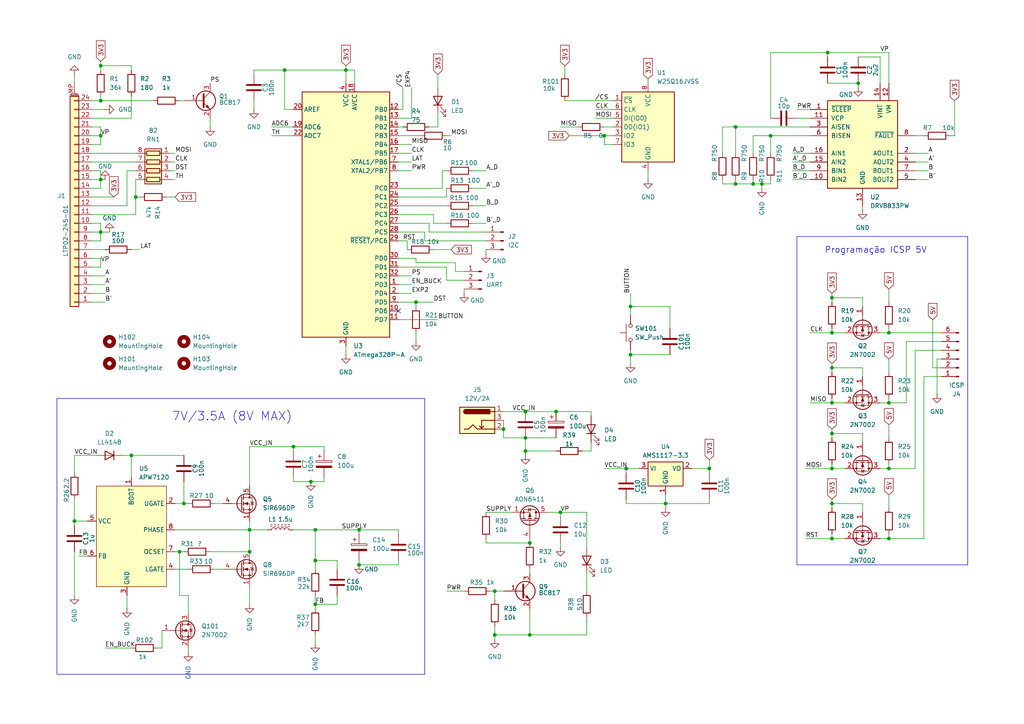
<source format=kicad_sch>
(kicad_sch (version 20231120) (generator "eeschema") (generator_version "8.0")
  (paper "A4")
  (title_block (title "Impressora Térmica") (date "2025-02-09") (rev "2") (company "Thássio Lima"))
  (lib_symbols
    (symbol "Connector:Barrel_Jack_Switch" (pin_names hide)
      (property "Reference" "J" (at 0 5.334 0))
      (property "Value" "Barrel_Jack_Switch" (at 0 -5.08 0))
      (symbol "Barrel_Jack_Switch_1_1"
        (pin passive line (at 7.62 2.54 180) (length 2.54) (name "~") (number "1"))
        (pin passive line (at 7.62 -2.54 180) (length 2.54) (name "~") (number "2"))
        (pin passive line (at 7.62 0 180) (length 2.54) (name "~") (number "3"))
      )
    )
    (symbol "Connector:Conn_01x03_Pin" (pin_names (offset 1.016) hide)
      (property "Reference" "J" (at 0 5.08 0))
      (property "Value" "Conn_01x03_Pin" (at 0 -5.08 0))
      (symbol "Conn_01x03_Pin_1_1"
        (pin passive line (at 5.08 2.54 180) (length 3.81) (name "Pin_1") (number "1"))
        (pin passive line (at 5.08 0 180) (length 3.81) (name "Pin_2") (number "2"))
        (pin passive line (at 5.08 -2.54 180) (length 3.81) (name "Pin_3") (number "3"))
      )
    )
    (symbol "Connector:Conn_01x06_Pin" (pin_names (offset 1.016) hide)
      (property "Reference" "J" (at 0 7.62 0))
      (property "Value" "Conn_01x06_Pin" (at 0 -10.16 0))
      (symbol "Conn_01x06_Pin_1_1"
        (pin passive line (at 5.08 5.08 180) (length 3.81) (name "Pin_1") (number "1"))
        (pin passive line (at 5.08 2.54 180) (length 3.81) (name "Pin_2") (number "2"))
        (pin passive line (at 5.08 0 180) (length 3.81) (name "Pin_3") (number "3"))
        (pin passive line (at 5.08 -2.54 180) (length 3.81) (name "Pin_4") (number "4"))
        (pin passive line (at 5.08 -5.08 180) (length 3.81) (name "Pin_5") (number "5"))
        (pin passive line (at 5.08 -7.62 180) (length 3.81) (name "Pin_6") (number "6"))
      )
    )
    (symbol "Connector_Generic_MountingPin:Conn_01x24_MountingPin" (pin_names (offset 1.016) hide)
      (property "Reference" "J" (at 0 30.48 0))
      (property "Value" "Conn_01x24_MountingPin" (at 1.27 -33.02 0))
      (symbol "Conn_01x24_MountingPin_1_1"
        (text "Mounting" (at 0 -32.131 0) (effects (font (size 0.381 0.381))))
        (pin passive line (at -5.08 27.94 0) (length 3.81) (name "Pin_1") (number "1"))
        (pin passive line (at -5.08 5.08 0) (length 3.81) (name "Pin_10") (number "10"))
        (pin passive line (at -5.08 2.54 0) (length 3.81) (name "Pin_11") (number "11"))
        (pin passive line (at -5.08 0 0) (length 3.81) (name "Pin_12") (number "12"))
        (pin passive line (at -5.08 -2.54 0) (length 3.81) (name "Pin_13") (number "13"))
        (pin passive line (at -5.08 -5.08 0) (length 3.81) (name "Pin_14") (number "14"))
        (pin passive line (at -5.08 -7.62 0) (length 3.81) (name "Pin_15") (number "15"))
        (pin passive line (at -5.08 -10.16 0) (length 3.81) (name "Pin_16") (number "16"))
        (pin passive line (at -5.08 -12.7 0) (length 3.81) (name "Pin_17") (number "17"))
        (pin passive line (at -5.08 -15.24 0) (length 3.81) (name "Pin_18") (number "18"))
        (pin passive line (at -5.08 -17.78 0) (length 3.81) (name "Pin_19") (number "19"))
        (pin passive line (at -5.08 25.4 0) (length 3.81) (name "Pin_2") (number "2"))
        (pin passive line (at -5.08 -20.32 0) (length 3.81) (name "Pin_20") (number "20"))
        (pin passive line (at -5.08 -22.86 0) (length 3.81) (name "Pin_21") (number "21"))
        (pin passive line (at -5.08 -25.4 0) (length 3.81) (name "Pin_22") (number "22"))
        (pin passive line (at -5.08 -27.94 0) (length 3.81) (name "Pin_23") (number "23"))
        (pin passive line (at -5.08 -30.48 0) (length 3.81) (name "Pin_24") (number "24"))
        (pin passive line (at -5.08 22.86 0) (length 3.81) (name "Pin_3") (number "3"))
        (pin passive line (at -5.08 20.32 0) (length 3.81) (name "Pin_4") (number "4"))
        (pin passive line (at -5.08 17.78 0) (length 3.81) (name "Pin_5") (number "5"))
        (pin passive line (at -5.08 15.24 0) (length 3.81) (name "Pin_6") (number "6"))
        (pin passive line (at -5.08 12.7 0) (length 3.81) (name "Pin_7") (number "7"))
        (pin passive line (at -5.08 10.16 0) (length 3.81) (name "Pin_8") (number "8"))
        (pin passive line (at -5.08 7.62 0) (length 3.81) (name "Pin_9") (number "9"))
        (pin passive line (at 0 -35.56 90) (length 3.048) (name "MountPin") (number "MP"))
      )
    )
    (symbol "Device:C" (pin_numbers hide) (pin_names (offset 0.254))
      (property "Reference" "C" (at 0.635 2.54 0))
      (property "Value" "C" (at 0.635 -2.54 0))
      (symbol "C_1_1"
        (pin passive line (at 0 3.81 270) (length 2.794) (name "~") (number "1"))
        (pin passive line (at 0 -3.81 90) (length 2.794) (name "~") (number "2"))
      )
    )
    (symbol "Device:C_Polarized" (pin_numbers hide) (pin_names (offset 0.254))
      (property "Reference" "C" (at 0.635 2.54 0))
      (property "Value" "C_Polarized" (at 0.635 -2.54 0))
      (symbol "C_Polarized_1_1"
        (pin passive line (at 0 3.81 270) (length 2.794) (name "~") (number "1"))
        (pin passive line (at 0 -3.81 90) (length 2.794) (name "~") (number "2"))
      )
    )
    (symbol "Device:LED" (pin_numbers hide) (pin_names (offset 1.016) hide)
      (property "Reference" "D" (at 0 2.54 0))
      (property "Value" "LED" (at 0 -2.54 0))
      (symbol "LED_1_1"
        (pin passive line (at -3.81 0 0) (length 2.54) (name "K") (number "1"))
        (pin passive line (at 3.81 0 180) (length 2.54) (name "A") (number "2"))
      )
    )
    (symbol "Device:L_Ferrite" (pin_numbers hide) (pin_names (offset 1.016) hide)
      (property "Reference" "L" (at -1.27 0 90))
      (property "Value" "L_Ferrite" (at 2.794 0 90))
      (symbol "L_Ferrite_1_1"
        (pin passive line (at 0 3.81 270) (length 1.27) (name "1") (number "1"))
        (pin passive line (at 0 -3.81 90) (length 1.27) (name "2") (number "2"))
      )
    )
    (symbol "Device:R" (pin_numbers hide) (pin_names (offset 0))
      (property "Reference" "R" (at 2.032 0 90))
      (property "Value" "R" (at 0 0 90))
      (symbol "R_1_1"
        (pin passive line (at 0 3.81 270) (length 1.27) (name "~") (number "1"))
        (pin passive line (at 0 -3.81 90) (length 1.27) (name "~") (number "2"))
      )
    )
    (symbol "Device:R_Pack04" (pin_names (offset 0) hide)
      (property "Reference" "RN" (at -7.62 0 90))
      (property "Value" "R_Pack04" (at 5.08 0 90))
      (symbol "R_Pack04_1_1"
        (pin passive line (at -5.08 -5.08 90) (length 2.54) (name "R1.1") (number "1"))
        (pin passive line (at -2.54 -5.08 90) (length 2.54) (name "R2.1") (number "2"))
        (pin passive line (at 0 -5.08 90) (length 2.54) (name "R3.1") (number "3"))
        (pin passive line (at 2.54 -5.08 90) (length 2.54) (name "R4.1") (number "4"))
        (pin passive line (at 2.54 5.08 270) (length 2.54) (name "R4.2") (number "5"))
        (pin passive line (at 0 5.08 270) (length 2.54) (name "R3.2") (number "6"))
        (pin passive line (at -2.54 5.08 270) (length 2.54) (name "R2.2") (number "7"))
        (pin passive line (at -5.08 5.08 270) (length 2.54) (name "R1.2") (number "8"))
      )
    )
    (symbol "Diode:LL4148" (pin_numbers hide) (pin_names hide)
      (property "Reference" "D" (at 0 2.54 0))
      (property "Value" "LL4148" (at 0 -2.54 0))
      (symbol "LL4148_1_1"
        (pin passive line (at -3.81 0 0) (length 2.54) (name "K") (number "1"))
        (pin passive line (at 3.81 0 180) (length 2.54) (name "A") (number "2"))
      )
    )
    (symbol "Driver_Motor:DRV8833PW" (pin_names (offset 1.016))
      (property "Reference" "U" (at -3.81 16.51 0))
      (property "Value" "DRV8833PW" (at -3.81 13.97 0))
      (symbol "DRV8833PW_1_1"
        (pin input line (at -15.24 10.16 0) (length 5.08) (name "~{SLEEP}") (number "1"))
        (pin input line (at -15.24 -10.16 0) (length 5.08) (name "BIN2") (number "10"))
        (pin bidirectional line (at -15.24 7.62 0) (length 5.08) (name "VCP") (number "11"))
        (pin power_in line (at 7.62 17.78 270) (length 5.08) (name "VM") (number "12"))
        (pin power_in line (at 0 -17.78 90) (length 5.08) (name "GND") (number "13"))
        (pin power_in line (at 5.08 17.78 270) (length 5.08) (name "VINT") (number "14"))
        (pin input line (at -15.24 -5.08 0) (length 5.08) (name "AIN2") (number "15"))
        (pin input line (at -15.24 -2.54 0) (length 5.08) (name "AIN1") (number "16"))
        (pin power_out line (at 15.24 -2.54 180) (length 5.08) (name "AOUT1") (number "2"))
        (pin bidirectional line (at -15.24 5.08 0) (length 5.08) (name "AISEN") (number "3"))
        (pin power_out line (at 15.24 -5.08 180) (length 5.08) (name "AOUT2") (number "4"))
        (pin power_out line (at 15.24 -10.16 180) (length 5.08) (name "BOUT2") (number "5"))
        (pin bidirectional line (at -15.24 2.54 0) (length 5.08) (name "BISEN") (number "6"))
        (pin power_out line (at 15.24 -7.62 180) (length 5.08) (name "BOUT1") (number "7"))
        (pin open_collector line (at 15.24 2.54 180) (length 5.08) (name "~{FAULT}") (number "8"))
        (pin input line (at -15.24 -7.62 0) (length 5.08) (name "BIN1") (number "9"))
      )
    )
    (symbol "MCU_Microchip_ATmega:ATmega328P-A"
      (property "Reference" "U" (at -12.7 36.83 0))
      (property "Value" "ATmega328P-A" (at 2.54 -36.83 0))
      (symbol "ATmega328P-A_1_1"
        (pin bidirectional line (at 15.24 -20.32 180) (length 2.54) (name "PD3") (number "1"))
        (pin bidirectional line (at 15.24 -27.94 180) (length 2.54) (name "PD6") (number "10"))
        (pin bidirectional line (at 15.24 -30.48 180) (length 2.54) (name "PD7") (number "11"))
        (pin bidirectional line (at 15.24 30.48 180) (length 2.54) (name "PB0") (number "12"))
        (pin bidirectional line (at 15.24 27.94 180) (length 2.54) (name "PB1") (number "13"))
        (pin bidirectional line (at 15.24 25.4 180) (length 2.54) (name "PB2") (number "14"))
        (pin bidirectional line (at 15.24 22.86 180) (length 2.54) (name "PB3") (number "15"))
        (pin bidirectional line (at 15.24 20.32 180) (length 2.54) (name "PB4") (number "16"))
        (pin bidirectional line (at 15.24 17.78 180) (length 2.54) (name "PB5") (number "17"))
        (pin power_in line (at 2.54 38.1 270) (length 2.54) (name "AVCC") (number "18"))
        (pin input line (at -15.24 25.4 0) (length 2.54) (name "ADC6") (number "19"))
        (pin bidirectional line (at 15.24 -22.86 180) (length 2.54) (name "PD4") (number "2"))
        (pin passive line (at -15.24 30.48 0) (length 2.54) (name "AREF") (number "20"))
        (pin passive line (at 0 -38.1 90) (length 2.54) hide (name "GND") (number "21"))
        (pin input line (at -15.24 22.86 0) (length 2.54) (name "ADC7") (number "22"))
        (pin bidirectional line (at 15.24 7.62 180) (length 2.54) (name "PC0") (number "23"))
        (pin bidirectional line (at 15.24 5.08 180) (length 2.54) (name "PC1") (number "24"))
        (pin bidirectional line (at 15.24 2.54 180) (length 2.54) (name "PC2") (number "25"))
        (pin bidirectional line (at 15.24 0 180) (length 2.54) (name "PC3") (number "26"))
        (pin bidirectional line (at 15.24 -2.54 180) (length 2.54) (name "PC4") (number "27"))
        (pin bidirectional line (at 15.24 -5.08 180) (length 2.54) (name "PC5") (number "28"))
        (pin bidirectional line (at 15.24 -7.62 180) (length 2.54) (name "~{RESET}/PC6") (number "29"))
        (pin power_in line (at 0 -38.1 90) (length 2.54) (name "GND") (number "3"))
        (pin bidirectional line (at 15.24 -12.7 180) (length 2.54) (name "PD0") (number "30"))
        (pin bidirectional line (at 15.24 -15.24 180) (length 2.54) (name "PD1") (number "31"))
        (pin bidirectional line (at 15.24 -17.78 180) (length 2.54) (name "PD2") (number "32"))
        (pin power_in line (at 0 38.1 270) (length 2.54) (name "VCC") (number "4"))
        (pin passive line (at 0 -38.1 90) (length 2.54) hide (name "GND") (number "5"))
        (pin passive line (at 0 38.1 270) (length 2.54) hide (name "VCC") (number "6"))
        (pin bidirectional line (at 15.24 15.24 180) (length 2.54) (name "XTAL1/PB6") (number "7"))
        (pin bidirectional line (at 15.24 12.7 180) (length 2.54) (name "XTAL2/PB7") (number "8"))
        (pin bidirectional line (at 15.24 -25.4 180) (length 2.54) (name "PD5") (number "9"))
      )
    )
    (symbol "Mechanical:MountingHole" (pin_names (offset 1.016)) (exclude_from_sim yes) (in_bom no)
      (property "Reference" "H" (at 0 5.08 0))
      (property "Value" "MountingHole" (at 0 3.175 0))
    )
    (symbol "Memory_Flash:W25Q16JVSS"
      (property "Reference" "U" (at -6.35 11.43 0))
      (property "Value" "W25Q16JVSS" (at 7.62 11.43 0))
      (symbol "W25Q16JVSS_1_1"
        (pin input line (at -10.16 7.62 0) (length 2.54) (name "~{CS}") (number "1"))
        (pin bidirectional line (at -10.16 0 0) (length 2.54) (name "DO(IO1)") (number "2"))
        (pin bidirectional line (at -10.16 -2.54 0) (length 2.54) (name "IO2") (number "3"))
        (pin power_in line (at 0 -12.7 90) (length 2.54) (name "GND") (number "4"))
        (pin bidirectional line (at -10.16 2.54 0) (length 2.54) (name "DI(IO0)") (number "5"))
        (pin input line (at -10.16 5.08 0) (length 2.54) (name "CLK") (number "6"))
        (pin bidirectional line (at -10.16 -5.08 0) (length 2.54) (name "IO3") (number "7"))
        (pin power_in line (at 0 12.7 270) (length 2.54) (name "VCC") (number "8"))
      )
    )
    (symbol "New_Library_0:APW7120"
      (property "Reference" "U4" (at 14.8941 5.08 0))
      (property "Value" "APW7120" (at 14.8941 2.54 0))
      (symbol "APW7120_1_1"
        (pin power_in line (at 12.7 2.54 270) (length 2.54) (name "BOOT") (number "1"))
        (pin output line (at 25.4 -5.08 180) (length 2.54) (name "UGATE") (number "2"))
        (pin power_in line (at 11.43 -31.75 90) (length 2.54) (name "GND") (number "3"))
        (pin output line (at 25.4 -24.13 180) (length 2.54) (name "LGATE") (number "4"))
        (pin power_in line (at 0 -10.16 0) (length 2.54) (name "VCC") (number "5"))
        (pin input line (at 0 -20.32 0) (length 2.54) (name "FB") (number "6"))
        (pin input line (at 25.4 -19.05 180) (length 2.54) (name "OCSET") (number "7"))
        (pin input line (at 25.4 -12.7 180) (length 2.54) (name "PHASE") (number "8"))
      )
    )
    (symbol "Regulator_Linear:AMS1117-3.3"
      (property "Reference" "U" (at -3.81 3.175 0))
      (property "Value" "AMS1117-3.3" (at 0 3.175 0))
      (symbol "AMS1117-3.3_1_1"
        (pin power_in line (at 0 -7.62 90) (length 2.54) (name "GND") (number "1"))
        (pin power_out line (at 7.62 0 180) (length 2.54) (name "VO") (number "2"))
        (pin power_in line (at -7.62 0 0) (length 2.54) (name "VI") (number "3"))
      )
    )
    (symbol "Switch:SW_Push" (pin_numbers hide) (pin_names (offset 1.016) hide)
      (property "Reference" "SW" (at 1.27 2.54 0))
      (property "Value" "SW_Push" (at 0 -1.524 0))
      (symbol "SW_Push_0_1"
        (pin passive line (at -5.08 0 0) (length 2.54) (name "1") (number "1"))
        (pin passive line (at 5.08 0 180) (length 2.54) (name "2") (number "2"))
      )
    )
    (symbol "Transistor_BJT:BC817" (pin_names (offset 0) hide)
      (property "Reference" "Q" (at 5.08 1.905 0))
      (property "Value" "BC817" (at 5.08 0 0))
      (symbol "BC817_1_1"
        (pin input line (at -5.08 0 0) (length 5.715) (name "B") (number "1"))
        (pin passive line (at 2.54 -5.08 90) (length 2.54) (name "E") (number "2"))
        (pin passive line (at 2.54 5.08 270) (length 2.54) (name "C") (number "3"))
      )
    )
    (symbol "Transistor_FET:2N7002" (pin_names hide)
      (property "Reference" "Q" (at 5.08 1.905 0))
      (property "Value" "2N7002" (at 5.08 0 0))
      (symbol "2N7002_1_1"
        (pin input line (at -5.08 0 0) (length 2.54) (name "G") (number "1"))
        (pin passive line (at 2.54 -5.08 90) (length 2.54) (name "S") (number "2"))
        (pin passive line (at 2.54 5.08 270) (length 2.54) (name "D") (number "3"))
      )
    )
    (symbol "Transistor_FET:AON6411" (pin_names hide)
      (property "Reference" "Q" (at 5.08 1.905 0))
      (property "Value" "AON6411" (at 5.08 0 0))
      (symbol "AON6411_1_1"
        (pin passive line (at 2.54 -5.08 90) (length 2.54) (name "S") (number "1"))
        (pin passive line (at 2.54 -5.08 90) (length 2.54) hide (name "S") (number "2"))
        (pin passive line (at 2.54 -5.08 90) (length 2.54) hide (name "S") (number "3"))
        (pin input line (at -5.08 0 0) (length 2.54) (name "G") (number "4"))
        (pin passive line (at 2.54 5.08 270) (length 2.54) (name "D") (number "5"))
      )
    )
    (symbol "Transistor_FET:SiR696DP" (pin_names hide)
      (property "Reference" "Q" (at 5.08 1.905 0))
      (property "Value" "SiR696DP" (at 5.08 0 0))
      (symbol "SiR696DP_1_1"
        (pin passive line (at 2.54 -5.08 90) (length 2.54) (name "S") (number "1"))
        (pin passive line (at 2.54 -5.08 90) (length 2.54) hide (name "S") (number "2"))
        (pin passive line (at 2.54 -5.08 90) (length 2.54) hide (name "S") (number "3"))
        (pin input line (at -5.08 0 0) (length 2.54) (name "G") (number "4"))
        (pin passive line (at 2.54 5.08 270) (length 2.54) (name "D") (number "5"))
      )
    )
    (symbol "power:GND" (power) (pin_numbers hide) (pin_names (offset 0) hide)
      (property "Value" "GND" (at 0 -3.81 0))
      (symbol "GND_1_1"
        (pin power_in line (at 0 0 270) (length 0) (name "~") (number "1"))
      )
    )
  )
  (junction (at 104.14 163.83))
  (junction (at 257.81 135.89))
  (junction (at 218.44 53.34))
  (junction (at 153.67 157.48))
  (junction (at 182.88 88.9))
  (junction (at 162.56 148.59))
  (junction (at 175.26 39.37))
  (junction (at 91.44 162.56))
  (junction (at 82.55 20.32))
  (junction (at 241.3 125.73))
  (junction (at 241.3 106.68))
  (junction (at 90.17 139.7))
  (junction (at 85.09 129.54))
  (junction (at 220.98 53.34))
  (junction (at 241.3 116.84))
  (junction (at 100.33 20.32))
  (junction (at 257.81 96.52))
  (junction (at 153.67 184.15))
  (junction (at 193.04 146.05))
  (junction (at 29.21 19.05))
  (junction (at 91.44 153.67))
  (junction (at 52.07 160.02))
  (junction (at 143.51 171.45))
  (junction (at 152.4 119.38))
  (junction (at 205.74 135.89))
  (junction (at 29.21 29.21))
  (junction (at 146.05 124.46))
  (junction (at 53.34 146.05))
  (junction (at 248.92 24.13))
  (junction (at 257.81 116.84))
  (junction (at 213.36 53.34))
  (junction (at 213.36 36.83))
  (junction (at 257.81 156.21))
  (junction (at 152.4 130.81))
  (junction (at 104.14 153.67))
  (junction (at 161.29 119.38))
  (junction (at 72.39 160.02))
  (junction (at 21.59 151.13))
  (junction (at 39.37 57.15))
  (junction (at 38.1 132.08))
  (junction (at 143.51 184.15))
  (junction (at 91.44 175.26))
  (junction (at 120.65 87.63))
  (junction (at 181.61 135.89))
  (junction (at 241.3 96.52))
  (junction (at 223.52 39.37))
  (junction (at 240.03 15.24))
  (junction (at 241.3 135.89))
  (junction (at 241.3 156.21))
  (junction (at 182.88 102.87))
  (junction (at 29.21 67.31))
  (junction (at 29.21 52.07))
  (junction (at 72.39 153.67))
  (junction (at 241.3 86.36))
  (junction (at 29.21 39.37))
  (junction (at 152.4 127))
  (junction (at 241.3 146.05))
  (no_connect (at 115.57 90.17))
  (wire (pts (xy 91.44 184.15) (xy 91.44 186.69)))
  (wire (pts (xy 100.33 19.05) (xy 100.33 20.32)))
  (wire (pts (xy 250.19 109.22) (xy 250.19 106.68)))
  (wire (pts (xy 115.57 39.37) (xy 121.92 39.37)))
  (wire (pts (xy 162.56 36.83) (xy 167.64 36.83)))
  (wire (pts (xy 127 36.83) (xy 124.46 36.83)))
  (wire (pts (xy 53.34 146.05) (xy 54.61 146.05)))
  (wire (pts (xy 49.53 52.07) (xy 50.8 52.07)))
  (wire (pts (xy 26.67 39.37) (xy 29.21 39.37)))
  (wire (pts (xy 62.23 165.1) (xy 64.77 165.1)))
  (wire (pts (xy 233.68 135.89) (xy 241.3 135.89)))
  (wire (pts (xy 128.27 54.61) (xy 115.57 54.61)))
  (wire (pts (xy 120.65 74.93) (xy 120.65 76.2)))
  (wire (pts (xy 162.56 149.86) (xy 162.56 148.59)))
  (wire (pts (xy 72.39 153.67) (xy 72.39 160.02)))
  (wire (pts (xy 220.98 54.61) (xy 220.98 53.34)))
  (wire (pts (xy 91.44 153.67) (xy 91.44 162.56)))
  (wire (pts (xy 49.53 44.45) (xy 50.8 44.45)))
  (wire (pts (xy 26.67 31.75) (xy 30.48 31.75)))
  (wire (pts (xy 182.88 88.9) (xy 182.88 91.44)))
  (wire (pts (xy 209.55 53.34) (xy 213.36 53.34)))
  (wire (pts (xy 165.1 39.37) (xy 175.26 39.37)))
  (wire (pts (xy 175.26 36.83) (xy 177.8 36.83)))
  (wire (pts (xy 143.51 171.45) (xy 142.24 171.45)))
  (wire (pts (xy 223.52 44.45) (xy 223.52 39.37)))
  (wire (pts (xy 115.57 49.53) (xy 119.38 49.53)))
  (wire (pts (xy 140.97 73.66) (xy 140.97 72.39)))
  (wire (pts (xy 265.43 135.89) (xy 257.81 135.89)))
  (wire (pts (xy 257.81 123.19) (xy 257.81 127)))
  (wire (pts (xy 45.72 187.96) (xy 46.99 187.96)))
  (wire (pts (xy 29.21 19.05) (xy 29.21 20.32)))
  (wire (pts (xy 152.4 127) (xy 152.4 130.81)))
  (wire (pts (xy 223.52 53.34) (xy 220.98 53.34)))
  (wire (pts (xy 21.59 144.78) (xy 21.59 151.13)))
  (wire (pts (xy 231.14 31.75) (xy 234.95 31.75)))
  (wire (pts (xy 170.18 148.59) (xy 162.56 148.59)))
  (wire (pts (xy 60.96 34.29) (xy 60.96 36.83)))
  (wire (pts (xy 241.3 86.36) (xy 241.3 87.63)))
  (wire (pts (xy 82.55 31.75) (xy 82.55 20.32)))
  (wire (pts (xy 146.05 119.38) (xy 152.4 119.38)))
  (wire (pts (xy 21.59 151.13) (xy 21.59 152.4)))
  (wire (pts (xy 26.67 29.21) (xy 29.21 29.21)))
  (wire (pts (xy 205.74 144.78) (xy 205.74 146.05)))
  (wire (pts (xy 21.59 137.16) (xy 21.59 132.08)))
  (wire (pts (xy 182.88 85.09) (xy 182.88 88.9)))
  (wire (pts (xy 245.11 135.89) (xy 241.3 135.89)))
  (wire (pts (xy 115.57 62.23) (xy 125.73 62.23)))
  (wire (pts (xy 29.21 17.78) (xy 29.21 19.05)))
  (wire (pts (xy 50.8 57.15) (xy 48.26 57.15)))
  (wire (pts (xy 115.57 85.09) (xy 119.38 85.09)))
  (wire (pts (xy 255.27 96.52) (xy 257.81 96.52)))
  (wire (pts (xy 271.78 114.3) (xy 271.78 104.14)))
  (wire (pts (xy 250.19 148.59) (xy 250.19 146.05)))
  (wire (pts (xy 257.81 143.51) (xy 257.81 147.32)))
  (wire (pts (xy 234.95 116.84) (xy 241.3 116.84)))
  (wire (pts (xy 52.07 160.02) (xy 53.34 160.02)))
  (wire (pts (xy 128.27 49.53) (xy 129.54 49.53)))
  (wire (pts (xy 143.51 181.61) (xy 143.51 184.15)))
  (wire (pts (xy 137.16 49.53) (xy 140.97 49.53)))
  (wire (pts (xy 255.27 116.84) (xy 257.81 116.84)))
  (wire (pts (xy 162.56 148.59) (xy 158.75 148.59)))
  (wire (pts (xy 223.52 15.24) (xy 240.03 15.24)))
  (wire (pts (xy 93.98 130.81) (xy 93.98 129.54)))
  (wire (pts (xy 181.61 135.89) (xy 185.42 135.89)))
  (wire (pts (xy 153.67 176.53) (xy 153.67 184.15)))
  (wire (pts (xy 132.08 78.74) (xy 134.62 78.74)))
  (wire (pts (xy 241.3 85.09) (xy 241.3 86.36)))
  (wire (pts (xy 115.57 34.29) (xy 119.38 34.29)))
  (wire (pts (xy 231.14 34.29) (xy 234.95 34.29)))
  (wire (pts (xy 115.57 77.47) (xy 129.54 77.47)))
  (wire (pts (xy 40.64 57.15) (xy 39.37 57.15)))
  (wire (pts (xy 193.04 143.51) (xy 193.04 146.05)))
  (wire (pts (xy 130.81 39.37) (xy 129.54 39.37)))
  (wire (pts (xy 91.44 175.26) (xy 97.79 175.26)))
  (wire (pts (xy 49.53 49.53) (xy 50.8 49.53)))
  (wire (pts (xy 21.59 21.59) (xy 21.59 24.13)))
  (wire (pts (xy 97.79 162.56) (xy 97.79 165.1)))
  (wire (pts (xy 152.4 119.38) (xy 161.29 119.38)))
  (wire (pts (xy 50.8 146.05) (xy 53.34 146.05)))
  (wire (pts (xy 129.54 171.45) (xy 134.62 171.45)))
  (wire (pts (xy 26.67 64.77) (xy 29.21 64.77)))
  (wire (pts (xy 85.09 139.7) (xy 90.17 139.7)))
  (wire (pts (xy 229.87 46.99) (xy 234.95 46.99)))
  (wire (pts (xy 26.67 69.85) (xy 29.21 69.85)))
  (wire (pts (xy 29.21 67.31) (xy 29.21 69.85)))
  (wire (pts (xy 240.03 24.13) (xy 248.92 24.13)))
  (wire (pts (xy 46.99 187.96) (xy 46.99 182.88)))
  (wire (pts (xy 102.87 20.32) (xy 100.33 20.32)))
  (wire (pts (xy 85.09 153.67) (xy 91.44 153.67)))
  (wire (pts (xy 119.38 34.29) (xy 119.38 25.4)))
  (wire (pts (xy 115.57 163.83) (xy 104.14 163.83)))
  (wire (pts (xy 82.55 20.32) (xy 100.33 20.32)))
  (wire (pts (xy 116.84 31.75) (xy 116.84 25.4)))
  (wire (pts (xy 26.67 46.99) (xy 39.37 46.99)))
  (wire (pts (xy 143.51 184.15) (xy 153.67 184.15)))
  (wire (pts (xy 29.21 64.77) (xy 29.21 67.31)))
  (wire (pts (xy 265.43 49.53) (xy 269.24 49.53)))
  (wire (pts (xy 93.98 139.7) (xy 90.17 139.7)))
  (wire (pts (xy 137.16 59.69) (xy 140.97 59.69)))
  (wire (pts (xy 255.27 135.89) (xy 257.81 135.89)))
  (wire (pts (xy 60.96 160.02) (xy 72.39 160.02)))
  (wire (pts (xy 54.61 189.23) (xy 54.61 187.96)))
  (wire (pts (xy 250.19 86.36) (xy 241.3 86.36)))
  (wire (pts (xy 137.16 64.77) (xy 140.97 64.77)))
  (wire (pts (xy 275.59 39.37) (xy 276.86 39.37)))
  (wire (pts (xy 245.11 96.52) (xy 241.3 96.52)))
  (wire (pts (xy 223.52 39.37) (xy 234.95 39.37)))
  (wire (pts (xy 241.3 125.73) (xy 241.3 127)))
  (wire (pts (xy 240.03 15.24) (xy 257.81 15.24)))
  (wire (pts (xy 273.05 106.68) (xy 270.51 106.68)))
  (wire (pts (xy 129.54 77.47) (xy 129.54 81.28)))
  (wire (pts (xy 127 21.59) (xy 127 25.4)))
  (wire (pts (xy 115.57 44.45) (xy 119.38 44.45)))
  (wire (pts (xy 181.61 144.78) (xy 181.61 146.05)))
  (wire (pts (xy 26.67 57.15) (xy 33.02 57.15)))
  (wire (pts (xy 115.57 46.99) (xy 119.38 46.99)))
  (wire (pts (xy 104.14 153.67) (xy 91.44 153.67)))
  (wire (pts (xy 35.56 132.08) (xy 38.1 132.08)))
  (wire (pts (xy 181.61 137.16) (xy 181.61 135.89)))
  (wire (pts (xy 209.55 53.34) (xy 209.55 52.07)))
  (wire (pts (xy 257.81 135.89) (xy 257.81 134.62)))
  (wire (pts (xy 241.3 116.84) (xy 241.3 115.57)))
  (wire (pts (xy 29.21 29.21) (xy 44.45 29.21)))
  (wire (pts (xy 262.89 116.84) (xy 257.81 116.84)))
  (wire (pts (xy 200.66 135.89) (xy 205.74 135.89)))
  (wire (pts (xy 270.51 92.71) (xy 270.51 106.68)))
  (wire (pts (xy 250.19 59.69) (xy 250.19 60.96)))
  (wire (pts (xy 54.61 172.72) (xy 52.07 172.72)))
  (wire (pts (xy 170.18 179.07) (xy 170.18 184.15)))
  (wire (pts (xy 30.48 187.96) (xy 38.1 187.96)))
  (wire (pts (xy 26.67 80.01) (xy 30.48 80.01)))
  (wire (pts (xy 140.97 156.21) (xy 140.97 157.48)))
  (wire (pts (xy 115.57 74.93) (xy 120.65 74.93)))
  (wire (pts (xy 267.97 109.22) (xy 267.97 156.21)))
  (wire (pts (xy 26.67 67.31) (xy 29.21 67.31)))
  (wire (pts (xy 209.55 44.45) (xy 209.55 36.83)))
  (wire (pts (xy 85.09 138.43) (xy 85.09 139.7)))
  (wire (pts (xy 250.19 128.27) (xy 250.19 125.73)))
  (wire (pts (xy 213.36 36.83) (xy 213.36 44.45)))
  (wire (pts (xy 102.87 24.13) (xy 102.87 20.32)))
  (wire (pts (xy 257.81 96.52) (xy 257.81 95.25)))
  (wire (pts (xy 78.74 36.83) (xy 85.09 36.83)))
  (wire (pts (xy 115.57 162.56) (xy 115.57 163.83)))
  (wire (pts (xy 143.51 173.99) (xy 143.51 171.45)))
  (wire (pts (xy 30.48 85.09) (xy 26.67 85.09)))
  (wire (pts (xy 250.19 106.68) (xy 241.3 106.68)))
  (wire (pts (xy 265.43 52.07) (xy 269.24 52.07)))
  (wire (pts (xy 115.57 82.55) (xy 119.38 82.55)))
  (wire (pts (xy 26.67 36.83) (xy 29.21 36.83)))
  (wire (pts (xy 255.27 16.51) (xy 255.27 24.13)))
  (wire (pts (xy 49.53 46.99) (xy 50.8 46.99)))
  (wire (pts (xy 255.27 156.21) (xy 257.81 156.21)))
  (wire (pts (xy 129.54 81.28) (xy 134.62 81.28)))
  (wire (pts (xy 175.26 135.89) (xy 181.61 135.89)))
  (wire (pts (xy 241.3 135.89) (xy 241.3 134.62)))
  (wire (pts (xy 104.14 162.56) (xy 104.14 163.83)))
  (wire (pts (xy 21.59 160.02) (xy 21.59 172.72)))
  (wire (pts (xy 115.57 64.77) (xy 124.46 64.77)))
  (wire (pts (xy 250.19 88.9) (xy 250.19 86.36)))
  (wire (pts (xy 170.18 158.75) (xy 170.18 148.59)))
  (wire (pts (xy 91.44 165.1) (xy 91.44 162.56)))
  (wire (pts (xy 168.91 130.81) (xy 171.45 130.81)))
  (wire (pts (xy 257.81 104.14) (xy 257.81 107.95)))
  (wire (pts (xy 170.18 184.15) (xy 153.67 184.15)))
  (wire (pts (xy 153.67 157.48) (xy 153.67 156.21)))
  (wire (pts (xy 223.52 34.29) (xy 223.52 15.24)))
  (wire (pts (xy 26.67 44.45) (xy 39.37 44.45)))
  (wire (pts (xy 125.73 62.23) (xy 125.73 64.77)))
  (wire (pts (xy 213.36 52.07) (xy 213.36 53.34)))
  (wire (pts (xy 187.96 22.86) (xy 187.96 24.13)))
  (wire (pts (xy 241.3 144.78) (xy 241.3 146.05)))
  (wire (pts (xy 115.57 154.94) (xy 115.57 153.67)))
  (wire (pts (xy 73.66 29.21) (xy 73.66 31.75)))
  (wire (pts (xy 265.43 44.45) (xy 269.24 44.45)))
  (wire (pts (xy 115.57 92.71) (xy 127 92.71)))
  (wire (pts (xy 175.26 39.37) (xy 175.26 41.91)))
  (wire (pts (xy 30.48 52.07) (xy 29.21 52.07)))
  (wire (pts (xy 125.73 72.39) (xy 130.81 72.39)))
  (wire (pts (xy 248.92 24.13) (xy 248.92 25.4)))
  (wire (pts (xy 115.57 41.91) (xy 119.38 41.91)))
  (wire (pts (xy 38.1 138.43) (xy 38.1 132.08)))
  (wire (pts (xy 143.51 171.45) (xy 146.05 171.45)))
  (wire (pts (xy 129.54 57.15) (xy 115.57 57.15)))
  (wire (pts (xy 120.65 87.63) (xy 120.65 88.9)))
  (wire (pts (xy 273.05 99.06) (xy 262.89 99.06)))
  (wire (pts (xy 91.44 172.72) (xy 91.44 175.26)))
  (wire (pts (xy 52.07 29.21) (xy 53.34 29.21)))
  (wire (pts (xy 38.1 72.39) (xy 40.64 72.39)))
  (wire (pts (xy 124.46 67.31) (xy 124.46 64.77)))
  (wire (pts (xy 273.05 101.6) (xy 265.43 101.6)))
  (wire (pts (xy 29.21 39.37) (xy 29.21 41.91)))
  (wire (pts (xy 26.67 74.93) (xy 29.21 74.93)))
  (wire (pts (xy 97.79 172.72) (xy 97.79 175.26)))
  (wire (pts (xy 128.27 49.53) (xy 128.27 54.61)))
  (wire (pts (xy 50.8 165.1) (xy 54.61 165.1)))
  (wire (pts (xy 146.05 121.92) (xy 146.05 124.46)))
  (wire (pts (xy 265.43 39.37) (xy 267.97 39.37)))
  (wire (pts (xy 182.88 102.87) (xy 182.88 105.41)))
  (wire (pts (xy 104.14 154.94) (xy 104.14 153.67)))
  (wire (pts (xy 29.21 36.83) (xy 29.21 39.37)))
  (wire (pts (xy 218.44 44.45) (xy 218.44 39.37)))
  (wire (pts (xy 26.67 62.23) (xy 39.37 62.23)))
  (wire (pts (xy 213.36 53.34) (xy 218.44 53.34)))
  (wire (pts (xy 38.1 19.05) (xy 29.21 19.05)))
  (wire (pts (xy 120.65 96.52) (xy 120.65 99.06)))
  (wire (pts (xy 29.21 74.93) (xy 29.21 77.47)))
  (wire (pts (xy 38.1 20.32) (xy 38.1 19.05)))
  (wire (pts (xy 50.8 153.67) (xy 72.39 153.67)))
  (wire (pts (xy 257.81 15.24) (xy 257.81 24.13)))
  (wire (pts (xy 116.84 36.83) (xy 115.57 36.83)))
  (wire (pts (xy 218.44 53.34) (xy 220.98 53.34)))
  (wire (pts (xy 39.37 57.15) (xy 39.37 52.07)))
  (wire (pts (xy 205.74 133.35) (xy 205.74 135.89)))
  (wire (pts (xy 148.59 148.59) (xy 140.97 148.59)))
  (wire (pts (xy 273.05 109.22) (xy 267.97 109.22)))
  (wire (pts (xy 120.65 76.2) (xy 132.08 76.2)))
  (wire (pts (xy 26.67 82.55) (xy 30.48 82.55)))
  (wire (pts (xy 72.39 153.67) (xy 77.47 153.67)))
  (wire (pts (xy 93.98 138.43) (xy 93.98 139.7)))
  (wire (pts (xy 241.3 105.41) (xy 241.3 106.68)))
  (wire (pts (xy 172.72 31.75) (xy 177.8 31.75)))
  (wire (pts (xy 241.3 106.68) (xy 241.3 107.95)))
  (wire (pts (xy 205.74 135.89) (xy 205.74 137.16)))
  (wire (pts (xy 26.67 49.53) (xy 29.21 49.53)))
  (wire (pts (xy 38.1 132.08) (xy 53.34 132.08)))
  (wire (pts (xy 100.33 20.32) (xy 100.33 24.13)))
  (wire (pts (xy 85.09 129.54) (xy 85.09 130.81)))
  (wire (pts (xy 72.39 140.97) (xy 72.39 129.54)))
  (wire (pts (xy 78.74 39.37) (xy 85.09 39.37)))
  (wire (pts (xy 241.3 156.21) (xy 241.3 154.94)))
  (wire (pts (xy 26.67 59.69) (xy 36.83 59.69)))
  (wire (pts (xy 125.73 64.77) (xy 129.54 64.77)))
  (wire (pts (xy 170.18 166.37) (xy 170.18 171.45)))
  (wire (pts (xy 250.19 146.05) (xy 241.3 146.05)))
  (wire (pts (xy 171.45 130.81) (xy 171.45 128.27)))
  (wire (pts (xy 213.36 36.83) (xy 234.95 36.83)))
  (wire (pts (xy 187.96 49.53) (xy 187.96 52.07)))
  (wire (pts (xy 267.97 156.21) (xy 257.81 156.21)))
  (wire (pts (xy 175.26 39.37) (xy 177.8 39.37)))
  (wire (pts (xy 276.86 39.37) (xy 276.86 29.21)))
  (wire (pts (xy 26.67 87.63) (xy 30.48 87.63)))
  (wire (pts (xy 72.39 129.54) (xy 85.09 129.54)))
  (wire (pts (xy 115.57 67.31) (xy 123.19 67.31)))
  (wire (pts (xy 127 33.02) (xy 127 36.83)))
  (wire (pts (xy 143.51 185.42) (xy 143.51 184.15)))
  (wire (pts (xy 193.04 146.05) (xy 205.74 146.05)))
  (wire (pts (xy 116.84 31.75) (xy 115.57 31.75)))
  (wire (pts (xy 194.31 102.87) (xy 182.88 102.87)))
  (wire (pts (xy 115.57 69.85) (xy 118.11 69.85)))
  (wire (pts (xy 93.98 129.54) (xy 85.09 129.54)))
  (wire (pts (xy 73.66 20.32) (xy 82.55 20.32)))
  (wire (pts (xy 181.61 146.05) (xy 193.04 146.05)))
  (wire (pts (xy 234.95 96.52) (xy 241.3 96.52)))
  (wire (pts (xy 233.68 156.21) (xy 241.3 156.21)))
  (wire (pts (xy 137.16 54.61) (xy 140.97 54.61)))
  (wire (pts (xy 91.44 175.26) (xy 91.44 176.53)))
  (wire (pts (xy 118.11 69.85) (xy 118.11 72.39)))
  (wire (pts (xy 22.86 161.29) (xy 25.4 161.29)))
  (wire (pts (xy 115.57 59.69) (xy 129.54 59.69)))
  (wire (pts (xy 146.05 127) (xy 152.4 127)))
  (wire (pts (xy 26.67 72.39) (xy 30.48 72.39)))
  (wire (pts (xy 115.57 87.63) (xy 120.65 87.63)))
  (wire (pts (xy 29.21 27.94) (xy 29.21 29.21)))
  (wire (pts (xy 123.19 67.31) (xy 123.19 69.85)))
  (wire (pts (xy 171.45 120.65) (xy 171.45 119.38)))
  (wire (pts (xy 50.8 160.02) (xy 52.07 160.02)))
  (wire (pts (xy 134.62 85.09) (xy 134.62 83.82)))
  (wire (pts (xy 29.21 67.31) (xy 31.75 67.31)))
  (wire (pts (xy 36.83 59.69) (xy 36.83 49.53)))
  (wire (pts (xy 245.11 116.84) (xy 241.3 116.84)))
  (wire (pts (xy 194.31 88.9) (xy 182.88 88.9)))
  (wire (pts (xy 29.21 41.91) (xy 26.67 41.91)))
  (wire (pts (xy 209.55 36.83) (xy 213.36 36.83)))
  (wire (pts (xy 152.4 130.81) (xy 161.29 130.81)))
  (wire (pts (xy 245.11 156.21) (xy 241.3 156.21)))
  (wire (pts (xy 257.81 156.21) (xy 257.81 154.94)))
  (wire (pts (xy 38.1 34.29) (xy 38.1 27.94)))
  (wire (pts (xy 73.66 21.59) (xy 73.66 20.32)))
  (wire (pts (xy 241.3 146.05) (xy 241.3 147.32)))
  (wire (pts (xy 72.39 170.18) (xy 72.39 175.26)))
  (wire (pts (xy 120.65 87.63) (xy 125.73 87.63)))
  (wire (pts (xy 163.83 29.21) (xy 177.8 29.21)))
  (wire (pts (xy 52.07 172.72) (xy 52.07 160.02)))
  (wire (pts (xy 85.09 31.75) (xy 82.55 31.75)))
  (wire (pts (xy 29.21 54.61) (xy 26.67 54.61)))
  (wire (pts (xy 54.61 177.8) (xy 54.61 172.72)))
  (wire (pts (xy 218.44 39.37) (xy 223.52 39.37)))
  (wire (pts (xy 153.67 165.1) (xy 153.67 166.37)))
  (wire (pts (xy 36.83 172.72) (xy 36.83 176.53)))
  (wire (pts (xy 72.39 151.13) (xy 72.39 153.67)))
  (wire (pts (xy 257.81 83.82) (xy 257.81 87.63)))
  (wire (pts (xy 146.05 124.46) (xy 146.05 127)))
  (wire (pts (xy 172.72 34.29) (xy 177.8 34.29)))
  (wire (pts (xy 140.97 157.48) (xy 153.67 157.48)))
  (wire (pts (xy 26.67 52.07) (xy 29.21 52.07)))
  (wire (pts (xy 36.83 49.53) (xy 39.37 49.53)))
  (wire (pts (xy 250.19 125.73) (xy 241.3 125.73)))
  (wire (pts (xy 132.08 76.2) (xy 132.08 78.74)))
  (wire (pts (xy 262.89 99.06) (xy 262.89 116.84)))
  (wire (pts (xy 218.44 52.07) (xy 218.44 53.34)))
  (wire (pts (xy 240.03 15.24) (xy 240.03 16.51)))
  (wire (pts (xy 124.46 67.31) (xy 140.97 67.31)))
  (wire (pts (xy 29.21 52.07) (xy 29.21 54.61)))
  (wire (pts (xy 29.21 49.53) (xy 29.21 52.07)))
  (wire (pts (xy 152.4 130.81) (xy 152.4 132.08)))
  (wire (pts (xy 26.67 34.29) (xy 38.1 34.29)))
  (wire (pts (xy 248.92 16.51) (xy 255.27 16.51)))
  (wire (pts (xy 163.83 19.05) (xy 163.83 21.59)))
  (wire (pts (xy 91.44 162.56) (xy 97.79 162.56)))
  (wire (pts (xy 241.3 124.46) (xy 241.3 125.73)))
  (wire (pts (xy 229.87 44.45) (xy 234.95 44.45)))
  (wire (pts (xy 162.56 157.48) (xy 162.56 158.75)))
  (wire (pts (xy 100.33 100.33) (xy 100.33 102.87)))
  (wire (pts (xy 152.4 127) (xy 161.29 127)))
  (wire (pts (xy 271.78 104.14) (xy 273.05 104.14)))
  (wire (pts (xy 161.29 119.38) (xy 171.45 119.38)))
  (wire (pts (xy 182.88 101.6) (xy 182.88 102.87)))
  (wire (pts (xy 29.21 77.47) (xy 26.67 77.47)))
  (wire (pts (xy 177.8 41.91) (xy 175.26 41.91)))
  (wire (pts (xy 21.59 132.08) (xy 27.94 132.08)))
  (wire (pts (xy 265.43 101.6) (xy 265.43 135.89)))
  (wire (pts (xy 265.43 46.99) (xy 269.24 46.99)))
  (wire (pts (xy 193.04 146.05) (xy 193.04 147.32)))
  (wire (pts (xy 257.81 116.84) (xy 257.81 115.57)))
  (wire (pts (xy 115.57 153.67) (xy 104.14 153.67)))
  (wire (pts (xy 53.34 139.7) (xy 53.34 146.05)))
  (wire (pts (xy 123.19 69.85) (xy 140.97 69.85)))
  (wire (pts (xy 257.81 96.52) (xy 273.05 96.52)))
  (wire (pts (xy 229.87 52.07) (xy 234.95 52.07)))
  (wire (pts (xy 62.23 146.05) (xy 64.77 146.05)))
  (wire (pts (xy 21.59 151.13) (xy 25.4 151.13)))
  (wire (pts (xy 194.31 95.25) (xy 194.31 88.9)))
  (wire (pts (xy 39.37 62.23) (xy 39.37 57.15)))
  (wire (pts (xy 241.3 96.52) (xy 241.3 95.25)))
  (wire (pts (xy 223.52 52.07) (xy 223.52 53.34)))
  (wire (pts (xy 115.57 80.01) (xy 119.38 80.01)))
  (wire (pts (xy 129.54 54.61) (xy 129.54 57.15)))
  (wire (pts (xy 229.87 49.53) (xy 234.95 49.53)))
  (rectangle (start 231.14 68.58) (end 280.67 163.83))
  (rectangle (start 16.51 115.57) (end 123.19 195.58))
  (text "7V/3.5A (8V MAX)" (at 67.31 120.904 0) (effects (font (size 2.54 2.54))))
  (text "Programação ICSP 5V" (at 254 72.644 0) (effects (font (size 1.778 1.778))))
  (label "SUPPLY" (at 99.06 153.67 0))
  (label "LAT" (at 119.38 46.99 0))
  (label "VCC_IN" (at 175.26 135.89 0))
  (label "MISO" (at 119.38 41.91 0))
  (label "BUTTON" (at 127 92.71 0))
  (label "VP" (at 162.56 148.59 0))
  (label "CLK" (at 119.38 44.45 0))
  (label "B'_D" (at 140.97 64.77 0))
  (label "VP" (at 29.21 76.2 0))
  (label "A" (at 269.24 44.45 0))
  (label "MOSI" (at 172.72 34.29 0))
  (label "A'_D" (at 229.87 46.99 0))
  (label "DST" (at 50.8 49.53 0))
  (label "TH" (at 78.74 39.37 0))
  (label "EN_BUCK" (at 30.48 187.96 0))
  (label "B_D" (at 140.97 59.69 0))
  (label "EXP2" (at 119.38 85.09 0))
  (label "EN_BUCK" (at 119.38 82.55 0))
  (label "A_D" (at 229.87 44.45 0))
  (label "LAT" (at 40.64 72.39 0))
  (label "CLK" (at 172.72 31.75 0))
  (label "A'" (at 30.48 82.55 0))
  (label "B" (at 30.48 85.09 0))
  (label "VCC_IN" (at 21.59 132.08 0))
  (label "B" (at 269.24 49.53 0))
  (label "RST" (at 233.68 156.21 0))
  (label "VCC_IN" (at 72.39 129.54 0))
  (label "B'" (at 30.48 87.63 0))
  (label "A'_D" (at 140.97 54.61 0))
  (label "MISO" (at 162.56 36.83 0))
  (label "MOSI" (at 233.68 135.89 0))
  (label "PS" (at 119.38 80.01 0))
  (label "{slash}CS" (at 176.53 29.21 180))
  (label "PWR" (at 129.54 171.45 0))
  (label "B_D" (at 229.87 49.53 0))
  (label "VCC_IN" (at 148.59 119.38 0))
  (label "BUTTON" (at 182.88 85.09 90))
  (label "{slash}CS" (at 116.84 25.4 90))
  (label "TH" (at 50.8 52.07 0))
  (label "MOSI" (at 130.81 39.37 0))
  (label "CLK" (at 234.95 96.52 0))
  (label "EXP4" (at 119.38 25.4 90))
  (label "PWR" (at 231.14 31.75 0))
  (label "B'_D" (at 229.87 52.07 0))
  (label "FB" (at 91.44 175.26 0))
  (label "ADC6" (at 78.74 36.83 0))
  (label "A" (at 30.48 80.01 0))
  (label "A_D" (at 140.97 49.53 0))
  (label "MOSI" (at 50.8 44.45 0))
  (label "VP" (at 255.27 15.24 0))
  (label "B'" (at 269.24 52.07 0))
  (label "PWR" (at 119.38 49.53 0))
  (label "A'" (at 269.24 46.99 0))
  (label "RST" (at 116.84 69.85 0))
  (label "DST" (at 125.73 87.63 0))
  (label "VP" (at 29.21 39.37 0))
  (label "CLK" (at 50.8 46.99 0))
  (label "SUPPLY" (at 140.97 148.59 0))
  (label "FB" (at 22.86 161.29 0))
  (label "MISO" (at 234.95 116.84 0))
  (label "PS" (at 60.96 24.13 0))
  (global_label "5V" (shape input) (at 270.51 92.71 90) (property "Intersheetrefs" "${INTERSHEET_REFS}" (effects (hide yes))))
  (global_label "3V3" (shape input) (at 165.1 39.37 180) (property "Intersheetrefs" "${INTERSHEET_REFS}" (effects (hide yes))))
  (global_label "3V3" (shape input) (at 241.3 85.09 90) (property "Intersheetrefs" "${INTERSHEET_REFS}" (effects (hide yes))))
  (global_label "3V3" (shape input) (at 241.3 124.46 90) (property "Intersheetrefs" "${INTERSHEET_REFS}" (effects (hide yes))))
  (global_label "3V3" (shape input) (at 33.02 57.15 90) (property "Intersheetrefs" "${INTERSHEET_REFS}" (effects (hide yes))))
  (global_label "3V3" (shape input) (at 205.74 133.35 90) (property "Intersheetrefs" "${INTERSHEET_REFS}" (effects (hide yes))))
  (global_label "3V3" (shape input) (at 29.21 17.78 90) (property "Intersheetrefs" "${INTERSHEET_REFS}" (effects (hide yes))))
  (global_label "3V3" (shape input) (at 187.96 22.86 90) (property "Intersheetrefs" "${INTERSHEET_REFS}" (effects (hide yes))))
  (global_label "5V" (shape input) (at 257.81 123.19 90) (property "Intersheetrefs" "${INTERSHEET_REFS}" (effects (hide yes))))
  (global_label "5V" (shape input) (at 257.81 83.82 90) (property "Intersheetrefs" "${INTERSHEET_REFS}" (effects (hide yes))))
  (global_label "3V3" (shape input) (at 241.3 105.41 90) (property "Intersheetrefs" "${INTERSHEET_REFS}" (effects (hide yes))))
  (global_label "3V3" (shape input) (at 241.3 144.78 90) (property "Intersheetrefs" "${INTERSHEET_REFS}" (effects (hide yes))))
  (global_label "5V" (shape input) (at 257.81 104.14 90) (property "Intersheetrefs" "${INTERSHEET_REFS}" (effects (hide yes))))
  (global_label "3V3" (shape input) (at 50.8 57.15 0) (property "Intersheetrefs" "${INTERSHEET_REFS}" (effects (hide yes))))
  (global_label "3V3" (shape input) (at 130.81 72.39 0) (property "Intersheetrefs" "${INTERSHEET_REFS}" (effects (hide yes))))
  (global_label "5V" (shape input) (at 257.81 143.51 90) (property "Intersheetrefs" "${INTERSHEET_REFS}" (effects (hide yes))))
  (global_label "3V3" (shape input) (at 100.33 19.05 90) (property "Intersheetrefs" "${INTERSHEET_REFS}" (effects (hide yes))))
  (global_label "3V3" (shape input) (at 163.83 19.05 90) (property "Intersheetrefs" "${INTERSHEET_REFS}" (effects (hide yes))))
  (global_label "3V3" (shape input) (at 276.86 29.21 90) (property "Intersheetrefs" "${INTERSHEET_REFS}" (effects (hide yes))))
  (global_label "3V3" (shape input) (at 127 21.59 90) (property "Intersheetrefs" "${INTERSHEET_REFS}" (effects (hide yes))))
  (symbol (lib_id "power:GND") (at 193.04 147.32 0) (unit 1)
    (property "Reference" "#PWR018" (effects (hide yes)))
    (property "Value" "GND" (at 193.0399 151.13 90) (effects (justify right)))
    (property "Description" "Power symbol creates a global label with name \"GND\" , ground" (effects (hide yes)))
  )
  (symbol (lib_id "Transistor_FET:2N7002") (at 250.19 153.67 270) (unit 1)
    (property "Reference" "Q7" (at 250.19 160.02 90))
    (property "Value" "2N7002" (at 250.19 162.56 90))
    (property "Footprint" "Package_TO_SOT_SMD:SOT-23" (effects (hide yes)))
    (property "Datasheet" "https://www.onsemi.com/pub/Collateral/NDS7002A-D.PDF" (effects (hide yes)))
    (property "Description" "0.115A Id, 60V Vds, N-Channel MOSFET, SOT-23" (effects (hide yes)))
  )
  (symbol (lib_id "Device:C") (at 227.33 34.29 90) (unit 1)
    (property "Reference" "C4" (at 227.33 28.956 90))
    (property "Value" "10p" (at 227.33 30.734 90))
    (property "Footprint" "Capacitor_SMD:C_0805_2012Metric" (effects (hide yes)))
    (property "Description" "Unpolarized capacitor" (effects (hide yes)))
  )
  (symbol (lib_id "Diode:LL4148") (at 31.75 132.08 180) (unit 1)
    (property "Reference" "D2" (at 31.75 125.73 0))
    (property "Value" "LL4148" (at 31.75 128.27 0))
    (property "Footprint" "Diode_SMD:D_MiniMELF" (effects (hide yes)))
    (property "Datasheet" "http://www.vishay.com/docs/85557/ll4148.pdf" (effects (hide yes)))
    (property "Description" "100V 0.15A standard switching diode, MiniMELF" (effects (hide yes)))
    (property "Sim.Device" "D" (effects (hide yes)))
    (property "Sim.Pins" "1=K 2=A" (effects (hide yes)))
  )
  (symbol (lib_id "power:GND") (at 140.97 73.66 0) (unit 1)
    (property "Reference" "#PWR011" (effects (hide yes)))
    (property "Value" "GND" (at 144.78 75.692 0))
    (property "Description" "Power symbol creates a global label with name \"GND\" , ground" (effects (hide yes)))
  )
  (symbol (lib_id "Device:R") (at 241.3 91.44 180) (unit 1)
    (property "Reference" "R19" (at 243.84 90.1699 0) (effects (justify right)))
    (property "Value" "10k" (at 243.84 92.7099 0) (effects (justify right)))
    (property "Footprint" "Resistor_SMD:R_0603_1608Metric" (effects (hide yes)))
    (property "Description" "Resistor" (effects (hide yes)))
  )
  (symbol (lib_id "Device:R") (at 41.91 187.96 90) (unit 1)
    (property "Reference" "R102" (at 41.91 185.674 90))
    (property "Value" "1k" (at 41.402 190.5 90))
    (property "Footprint" "Resistor_SMD:R_0603_1608Metric" (effects (hide yes)))
    (property "Description" "Resistor" (effects (hide yes)))
  )
  (symbol (lib_id "Device:LED") (at 170.18 162.56 90) (unit 1)
    (property "Reference" "D3" (at 173.99 162.8774 90) (effects (justify right)))
    (property "Value" "LED" (at 173.99 165.4174 90) (effects (justify right)))
    (property "Footprint" "LED_SMD:LED_0805_2012Metric" (effects (hide yes)))
    (property "Description" "Light emitting diode" (effects (hide yes)))
  )
  (symbol (lib_id "Device:R") (at 91.44 180.34 180) (unit 1)
    (property "Reference" "R37" (at 87.884 179.07 0))
    (property "Value" "2k7" (at 87.884 181.102 0))
    (property "Footprint" "Resistor_SMD:R_0603_1608Metric" (effects (hide yes)))
    (property "Description" "Resistor" (effects (hide yes)))
  )
  (symbol (lib_id "Device:R") (at 257.81 111.76 180) (unit 1)
    (property "Reference" "R23" (at 260.35 110.4899 0) (effects (justify right)))
    (property "Value" "10k" (at 260.35 113.0299 0) (effects (justify right)))
    (property "Footprint" "Resistor_SMD:R_0603_1608Metric" (effects (hide yes)))
    (property "Description" "Resistor" (effects (hide yes)))
  )
  (symbol (lib_id "Device:C") (at 152.4 123.19 180) (unit 1)
    (property "Reference" "C5" (at 155.702 123.19 90))
    (property "Value" "100n" (at 157.48 123.19 90))
    (property "Footprint" "Capacitor_SMD:C_0805_2012Metric" (effects (hide yes)))
    (property "Description" "Unpolarized capacitor" (effects (hide yes)))
  )
  (symbol (lib_id "Transistor_FET:2N7002") (at 52.07 182.88 0) (unit 1)
    (property "Reference" "Q101" (at 58.42 181.6099 0) (effects (justify left)))
    (property "Value" "2N7002" (at 58.42 184.1499 0) (effects (justify left)))
    (property "Footprint" "Package_TO_SOT_SMD:SOT-23" (effects (hide yes)))
    (property "Datasheet" "https://www.onsemi.com/pub/Collateral/NDS7002A-D.PDF" (effects (hide yes)))
    (property "Description" "0.115A Id, 60V Vds, N-Channel MOSFET, SOT-23" (effects (hide yes)))
  )
  (symbol (lib_id "power:GND") (at 73.66 31.75 0) (unit 1)
    (property "Reference" "#PWR04" (effects (hide yes)))
    (property "Value" "GND" (at 73.66 36.83 0))
    (property "Description" "Power symbol creates a global label with name \"GND\" , ground" (effects (hide yes)))
  )
  (symbol (lib_id "Device:R") (at 257.81 151.13 180) (unit 1)
    (property "Reference" "R29" (at 260.35 149.8599 0) (effects (justify right)))
    (property "Value" "10k" (at 260.35 152.3999 0) (effects (justify right)))
    (property "Footprint" "Resistor_SMD:R_0603_1608Metric" (effects (hide yes)))
    (property "Description" "Resistor" (effects (hide yes)))
  )
  (symbol (lib_id "Device:R") (at 58.42 146.05 90) (unit 1)
    (property "Reference" "R27" (at 56.896 143.764 90))
    (property "Value" "10" (at 60.706 143.764 90))
    (property "Footprint" "Resistor_SMD:R_0603_1608Metric" (effects (hide yes)))
    (property "Description" "Resistor" (effects (hide yes)))
  )
  (symbol (lib_id "Device:R") (at 165.1 130.81 90) (unit 1)
    (property "Reference" "R39" (at 165.1 126.238 90))
    (property "Value" "1k" (at 165.1 128.778 90))
    (property "Footprint" "Resistor_SMD:R_0603_1608Metric" (effects (hide yes)))
    (property "Description" "Resistor" (effects (hide yes)))
  )
  (symbol (lib_id "Device:R") (at 138.43 171.45 90) (unit 1)
    (property "Reference" "R35" (at 138.176 168.91 90))
    (property "Value" "1k" (at 142.24 168.91 90))
    (property "Footprint" "Resistor_SMD:R_0805_2012Metric" (effects (hide yes)))
    (property "Description" "Resistor" (effects (hide yes)))
  )
  (symbol (lib_id "Device:R") (at 241.3 130.81 180) (unit 1)
    (property "Reference" "R24" (at 243.84 129.5399 0) (effects (justify right)))
    (property "Value" "10k" (at 243.84 132.0799 0) (effects (justify right)))
    (property "Footprint" "Resistor_SMD:R_0603_1608Metric" (effects (hide yes)))
    (property "Description" "Resistor" (effects (hide yes)))
  )
  (symbol (lib_id "Device:R") (at 120.65 92.71 180) (unit 1)
    (property "Reference" "R21" (at 123.19 91.4399 0) (effects (justify right)))
    (property "Value" "10k" (at 123.19 93.9799 0) (effects (justify right)))
    (property "Footprint" "Resistor_SMD:R_0603_1608Metric" (effects (hide yes)))
    (property "Description" "Resistor" (effects (hide yes)))
  )
  (symbol (lib_id "power:GND") (at 21.59 172.72 0) (unit 1)
    (property "Reference" "#PWR021" (effects (hide yes)))
    (property "Value" "GND" (at 21.5899 176.53 90) (effects (justify right)))
    (property "Description" "Power symbol creates a global label with name \"GND\" , ground" (effects (hide yes)))
  )
  (symbol (lib_id "Connector:Conn_01x03_Pin") (at 139.7 81.28 0) (mirror y) (unit 1)
    (property "Reference" "J3" (at 140.97 80.0099 0) (effects (justify right)))
    (property "Value" "UART" (at 140.97 82.5499 0) (effects (justify right)))
    (property "Footprint" "Connector_PinHeader_2.54mm:PinHeader_1x03_P2.54mm_Vertical" (effects (hide yes)))
    (property "Description" "Generic connector, single row, 01x03, script generated" (effects (hide yes)))
  )
  (symbol (lib_id "Device:R") (at 120.65 36.83 90) (unit 1)
    (property "Reference" "R4" (at 120.65 32.258 90))
    (property "Value" "75" (at 120.65 34.798 90))
    (property "Footprint" "Resistor_SMD:R_0603_1608Metric" (effects (hide yes)))
    (property "Description" "Resistor" (effects (hide yes)))
  )
  (symbol (lib_id "power:GND") (at 100.33 102.87 0) (unit 1)
    (property "Reference" "#PWR014" (effects (hide yes)))
    (property "Value" "GND" (at 100.33 107.95 0))
    (property "Description" "Power symbol creates a global label with name \"GND\" , ground" (effects (hide yes)))
  )
  (symbol (lib_id "power:GND") (at 54.61 189.23 0) (unit 1)
    (property "Reference" "#PWR0101" (effects (hide yes)))
    (property "Value" "GND" (at 54.6099 193.04 90) (effects (justify right)))
    (property "Description" "Power symbol creates a global label with name \"GND\" , ground" (effects (hide yes)))
  )
  (symbol (lib_id "power:GND") (at 187.96 52.07 0) (unit 1)
    (property "Reference" "#PWR07" (effects (hide yes)))
    (property "Value" "GND" (at 187.96 57.15 0))
    (property "Description" "Power symbol creates a global label with name \"GND\" , ground" (effects (hide yes)))
  )
  (symbol (lib_id "Device:R") (at 57.15 160.02 90) (unit 1)
    (property "Reference" "R31" (at 54.356 157.734 90))
    (property "Value" "?" (at 57.912 157.734 90))
    (property "Footprint" "Resistor_SMD:R_0805_2012Metric" (effects (hide yes)))
    (property "Description" "Resistor" (effects (hide yes)))
  )
  (symbol (lib_id "Device:C") (at 97.79 168.91 180) (unit 1)
    (property "Reference" "C16" (at 102.362 168.656 0))
    (property "Value" "100n" (at 102.743 170.561 0))
    (property "Footprint" "Capacitor_SMD:C_0805_2012Metric" (effects (hide yes)))
    (property "Description" "Unpolarized capacitor" (effects (hide yes)))
  )
  (symbol (lib_id "power:GND") (at 250.19 60.96 0) (unit 1)
    (property "Reference" "#PWR09" (effects (hide yes)))
    (property "Value" "GND" (at 250.19 66.04 0))
    (property "Description" "Power symbol creates a global label with name \"GND\" , ground" (effects (hide yes)))
  )
  (symbol (lib_id "MCU_Microchip_ATmega:ATmega328P-A") (at 100.33 62.23 0) (unit 1)
    (property "Reference" "U3" (at 102.5241 100.33 0) (effects (justify left)))
    (property "Value" "ATmega328P-A" (at 102.5241 102.87 0) (effects (justify left)))
    (property "Footprint" "Package_QFP:TQFP-32_7x7mm_P0.8mm" (effects (hide yes)))
    (property "Datasheet" "http://ww1.microchip.com/downloads/en/DeviceDoc/ATmega328_P%20AVR%20MCU%20with%20picoPower%20Technology%20Data%20Sheet%2040001984A.pdf" (effects (hide yes)))
    (property "Description" "20MHz, 32kB Flash, 2kB SRAM, 1kB EEPROM, TQFP-32" (effects (hide yes)))
  )
  (symbol (lib_id "power:GND") (at 152.4 132.08 0) (unit 1)
    (property "Reference" "#PWR016" (effects (hide yes)))
    (property "Value" "GND" (at 152.3999 135.89 90) (effects (justify right)))
    (property "Description" "Power symbol creates a global label with name \"GND\" , ground" (effects (hide yes)))
  )
  (symbol (lib_id "power:GND") (at 30.48 31.75 90) (unit 1)
    (property "Reference" "#PWR03" (effects (hide yes)))
    (property "Value" "GND" (at 34.29 31.7499 90) (effects (justify right)))
    (property "Description" "Power symbol creates a global label with name \"GND\" , ground" (effects (hide yes)))
  )
  (symbol (lib_id "Device:R") (at 140.97 152.4 0) (unit 1)
    (property "Reference" "R30" (at 143.51 151.1299 0) (effects (justify left)))
    (property "Value" "10k" (at 143.51 153.6699 0) (effects (justify left)))
    (property "Footprint" "Resistor_SMD:R_0603_1608Metric" (effects (hide yes)))
    (property "Description" "Resistor" (effects (hide yes)))
  )
  (symbol (lib_id "Mechanical:MountingHole") (at 53.34 99.06 0) (unit 1) (exclude_from_sim yes) (in_bom no)
    (property "Reference" "H104" (at 55.88 97.7899 0) (effects (justify left)))
    (property "Value" "MountingHole" (at 55.88 100.3299 0) (effects (justify left)))
    (property "Footprint" "MountingHole:MountingHole_3.2mm_M3_DIN965" (effects (hide yes)))
    (property "Description" "Mounting Hole without connection" (effects (hide yes)))
  )
  (symbol (lib_id "Connector:Conn_01x03_Pin") (at 146.05 69.85 0) (mirror y) (unit 1)
    (property "Reference" "J2" (at 147.32 68.5799 0) (effects (justify right)))
    (property "Value" "I2C" (at 147.32 71.1199 0) (effects (justify right)))
    (property "Footprint" "Connector_PinHeader_2.54mm:PinHeader_1x03_P2.54mm_Vertical" (effects (hide yes)))
    (property "Description" "Generic connector, single row, 01x03, script generated" (effects (hide yes)))
  )
  (symbol (lib_id "Device:R") (at 241.3 111.76 180) (unit 1)
    (property "Reference" "R22" (at 243.84 110.4899 0) (effects (justify right)))
    (property "Value" "10k" (at 243.84 113.0299 0) (effects (justify right)))
    (property "Footprint" "Resistor_SMD:R_0603_1608Metric" (effects (hide yes)))
    (property "Description" "Resistor" (effects (hide yes)))
  )
  (symbol (lib_id "Transistor_BJT:BC817") (at 151.13 171.45 0) (unit 1)
    (property "Reference" "Q9" (at 156.21 170.1799 0) (effects (justify left)))
    (property "Value" "BC817" (at 156.21 171.958 0) (effects (justify left)))
    (property "Footprint" "Package_TO_SOT_SMD:SOT-23" (effects (hide yes)))
    (property "Datasheet" "https://www.onsemi.com/pub/Collateral/BC818-D.pdf" (effects (hide yes)))
    (property "Description" "0.8A Ic, 45V Vce, NPN Transistor, SOT-23" (effects (hide yes)))
  )
  (symbol (lib_id "power:GND") (at 220.98 54.61 0) (unit 1)
    (property "Reference" "#PWR08" (effects (hide yes)))
    (property "Value" "GND" (at 220.9799 58.42 90) (effects (justify right)))
    (property "Description" "Power symbol creates a global label with name \"GND\" , ground" (effects (hide yes)))
  )
  (symbol (lib_id "Device:R") (at 48.26 29.21 90) (unit 1)
    (property "Reference" "R3" (at 48.26 22.86 90))
    (property "Value" "1k" (at 48.26 25.4 90))
    (property "Footprint" "Resistor_SMD:R_0805_2012Metric" (effects (hide yes)))
    (property "Description" "Resistor" (effects (hide yes)))
  )
  (symbol (lib_id "Device:R") (at 133.35 49.53 90) (unit 1)
    (property "Reference" "R12" (at 132.588 47.244 90))
    (property "Value" "100" (at 136.652 47.244 90))
    (property "Footprint" "Resistor_SMD:R_0805_2012Metric" (effects (hide yes)))
    (property "Description" "Resistor" (effects (hide yes)))
  )
  (symbol (lib_id "Switch:SW_Push") (at 182.88 96.52 90) (unit 1)
    (property "Reference" "SW101" (at 184.15 95.2499 90) (effects (justify right)))
    (property "Value" "SW_Push" (at 184.15 97.7899 90) (effects (justify right)))
    (property "Footprint" "Button_Switch_SMD:SW_SPST_CK_RS282G05A3" (effects (hide yes)))
    (property "Description" "Push button switch, generic, two pins" (effects (hide yes)))
  )
  (symbol (lib_id "power:GND") (at 104.14 163.83 0) (unit 1)
    (property "Reference" "#PWR020" (effects (hide yes)))
    (property "Value" "GND" (at 109.728 165.1 0) (effects (justify right)))
    (property "Description" "Power symbol creates a global label with name \"GND\" , ground" (effects (hide yes)))
  )
  (symbol (lib_id "Device:C_Polarized") (at 104.14 158.75 0) (unit 1)
    (property "Reference" "C14" (at 107.95 156.5909 0) (effects (justify left)))
    (property "Value" "100u" (at 107.95 159.1309 0) (effects (justify left)))
    (property "Footprint" "Capacitor_SMD:CP_Elec_5x4.5" (effects (hide yes)))
    (property "Description" "Polarized capacitor" (effects (hide yes)))
  )
  (symbol (lib_id "Regulator_Linear:AMS1117-3.3") (at 193.04 135.89 0) (unit 1)
    (property "Reference" "U4" (at 193.04 129.54 0))
    (property "Value" "AMS1117-3.3" (at 193.04 132.08 0))
    (property "Footprint" "Package_TO_SOT_SMD:SOT-223-3_TabPin2" (effects (hide yes)))
    (property "Datasheet" "http://www.advanced-monolithic.com/pdf/ds1117.pdf" (effects (hide yes)))
    (property "Description" "1A Low Dropout regulator, positive, 3.3V fixed output, SOT-223" (effects (hide yes)))
  )
  (symbol (lib_id "power:GND") (at 182.88 105.41 0) (unit 1)
    (property "Reference" "#PWR0102" (effects (hide yes)))
    (property "Value" "GND" (at 182.88 110.49 0))
    (property "Description" "Power symbol creates a global label with name \"GND\" , ground" (effects (hide yes)))
  )
  (symbol (lib_id "Device:R") (at 133.35 64.77 90) (unit 1)
    (property "Reference" "R16" (at 132.588 62.484 90))
    (property "Value" "100" (at 137.16 62.484 90))
    (property "Footprint" "Resistor_SMD:R_0805_2012Metric" (effects (hide yes)))
    (property "Description" "Resistor" (effects (hide yes)))
  )
  (symbol (lib_id "Device:LED") (at 127 29.21 90) (unit 1)
    (property "Reference" "D1" (at 130.81 29.5274 90) (effects (justify right)))
    (property "Value" "LED" (at 130.81 32.0674 90) (effects (justify right)))
    (property "Footprint" "LED_SMD:LED_0805_2012Metric" (effects (hide yes)))
    (property "Description" "Light emitting diode" (effects (hide yes)))
  )
  (symbol (lib_id "Device:C") (at 162.56 153.67 0) (unit 1)
    (property "Reference" "C12" (at 166.37 152.3999 0) (effects (justify left)))
    (property "Value" "10u" (at 166.37 154.9399 0) (effects (justify left)))
    (property "Footprint" "Capacitor_SMD:C_0805_2012Metric" (effects (hide yes)))
    (property "Description" "Unpolarized capacitor" (effects (hide yes)))
  )
  (symbol (lib_id "power:GND") (at 143.51 185.42 0) (unit 1)
    (property "Reference" "#PWR024" (effects (hide yes)))
    (property "Value" "GND" (at 143.51 190.5 0))
    (property "Description" "Power symbol creates a global label with name \"GND\" , ground" (effects (hide yes)))
  )
  (symbol (lib_id "Transistor_FET:2N7002") (at 250.19 114.3 270) (unit 1)
    (property "Reference" "Q3" (at 250.19 120.65 90))
    (property "Value" "2N7002" (at 250.19 123.19 90))
    (property "Footprint" "Package_TO_SOT_SMD:SOT-23" (effects (hide yes)))
    (property "Datasheet" "https://www.onsemi.com/pub/Collateral/NDS7002A-D.PDF" (effects (hide yes)))
    (property "Description" "0.115A Id, 60V Vds, N-Channel MOSFET, SOT-23" (effects (hide yes)))
  )
  (symbol (lib_id "Device:C_Polarized") (at 93.98 134.62 0) (unit 1)
    (property "Reference" "C8" (at 97.79 132.4609 0) (effects (justify left)))
    (property "Value" "100u" (at 97.79 135.0009 0) (effects (justify left)))
    (property "Footprint" "Capacitor_SMD:CP_Elec_5x4.5" (effects (hide yes)))
    (property "Description" "Polarized capacitor" (effects (hide yes)))
  )
  (symbol (lib_id "Transistor_FET:SiR696DP") (at 69.85 146.05 0) (unit 1)
    (property "Reference" "Q5" (at 76.2 144.7799 0) (effects (justify left)))
    (property "Value" "SiR696DP" (at 76.2 147.3199 0) (effects (justify left)))
    (property "Footprint" "Library_nova:DFN8_3x3_EP_AOS" (effects (hide yes)))
    (property "Datasheet" "https://www.vishay.com/docs/65689/sir696dp.pdf" (effects (hide yes)))
    (property "Description" "60A Id, 125V Vds N-Channel MOSFET, 9.6mOhm Ron, 19.4 nC Qg(typ), PowerPAK-8" (effects (hide yes)))
  )
  (symbol (lib_id "Transistor_BJT:BC817") (at 58.42 29.21 0) (unit 1)
    (property "Reference" "Q1" (at 63.5 27.9399 0) (effects (justify left)))
    (property "Value" "BC817" (at 63.5 29.718 0) (effects (justify left)))
    (property "Footprint" "Package_TO_SOT_SMD:SOT-23" (effects (hide yes)))
    (property "Datasheet" "https://www.onsemi.com/pub/Collateral/BC818-D.pdf" (effects (hide yes)))
    (property "Description" "0.8A Ic, 45V Vce, NPN Transistor, SOT-23" (effects (hide yes)))
  )
  (symbol (lib_id "Device:R") (at 257.81 130.81 180) (unit 1)
    (property "Reference" "R25" (at 260.35 129.5399 0) (effects (justify right)))
    (property "Value" "10k" (at 260.35 132.0799 0) (effects (justify right)))
    (property "Footprint" "Resistor_SMD:R_0603_1608Metric" (effects (hide yes)))
    (property "Description" "Resistor" (effects (hide yes)))
  )
  (symbol (lib_id "Device:R") (at 133.35 59.69 90) (unit 1)
    (property "Reference" "R15" (at 132.334 57.404 90))
    (property "Value" "100" (at 136.906 57.404 90))
    (property "Footprint" "Resistor_SMD:R_0805_2012Metric" (effects (hide yes)))
    (property "Description" "Resistor" (effects (hide yes)))
  )
  (symbol (lib_id "Device:R") (at 163.83 25.4 180) (unit 1)
    (property "Reference" "R101" (at 159.766 23.622 0))
    (property "Value" "10k" (at 159.258 25.654 0))
    (property "Footprint" "Resistor_SMD:R_0603_1608Metric" (effects (hide yes)))
    (property "Description" "Resistor" (effects (hide yes)))
  )
  (symbol (lib_id "Connector:Barrel_Jack_Switch") (at 138.43 121.92 0) (unit 1)
    (property "Reference" "J5" (at 138.43 113.03 0))
    (property "Value" "12V/2A" (at 138.43 115.57 0))
    (property "Footprint" "Connector_BarrelJack:BarrelJack_GCT_DCJ200-10-A_Horizontal" (effects (hide yes)))
    (property "Description" "DC Barrel Jack with an internal switch" (effects (hide yes)))
  )
  (symbol (lib_id "Device:C") (at 205.74 140.97 180) (unit 1)
    (property "Reference" "C11" (at 209.042 140.97 90))
    (property "Value" "100n" (at 210.82 140.97 90))
    (property "Footprint" "Capacitor_SMD:C_0805_2012Metric" (effects (hide yes)))
    (property "Description" "Unpolarized capacitor" (effects (hide yes)))
  )
  (symbol (lib_id "Device:C") (at 85.09 134.62 180) (unit 1)
    (property "Reference" "C7" (at 88.392 134.62 90))
    (property "Value" "100n" (at 90.17 134.62 90))
    (property "Footprint" "Capacitor_SMD:C_0805_2012Metric" (effects (hide yes)))
    (property "Description" "Unpolarized capacitor" (effects (hide yes)))
  )
  (symbol (lib_id "Transistor_FET:SiR696DP") (at 69.85 165.1 0) (unit 1)
    (property "Reference" "Q8" (at 76.2 163.8299 0) (effects (justify left)))
    (property "Value" "SiR696DP" (at 76.2 166.3699 0) (effects (justify left)))
    (property "Footprint" "Library_nova:DFN8_3x3_EP_AOS" (effects (hide yes)))
    (property "Datasheet" "https://www.vishay.com/docs/65689/sir696dp.pdf" (effects (hide yes)))
    (property "Description" "60A Id, 125V Vds N-Channel MOSFET, 9.6mOhm Ron, 19.4 nC Qg(typ), PowerPAK-8" (effects (hide yes)))
  )
  (symbol (lib_id "Device:R_Pack04") (at 44.45 49.53 90) (mirror x) (unit 1)
    (property "Reference" "RN1" (at 44.45 40.386 90))
    (property "Value" "82" (at 44.45 37.846 90))
    (property "Footprint" "Resistor_SMD:R_Array_Convex_4x0603" (effects (hide yes)))
    (property "Description" "4 resistor network, parallel topology" (effects (hide yes)))
  )
  (symbol (lib_id "Device:R") (at 44.45 57.15 270) (unit 1)
    (property "Reference" "R14" (at 45.7201 59.69 0) (effects (justify left)))
    (property "Value" "47k" (at 43.1801 59.69 0) (effects (justify left)))
    (property "Footprint" "Resistor_SMD:R_0805_2012Metric" (effects (hide yes)))
    (property "Description" "Resistor" (effects (hide yes)))
  )
  (symbol (lib_id "power:GND") (at 134.62 85.09 0) (unit 1)
    (property "Reference" "#PWR012" (effects (hide yes)))
    (property "Value" "GND" (at 138.43 87.122 0))
    (property "Description" "Power symbol creates a global label with name \"GND\" , ground" (effects (hide yes)))
  )
  (symbol (lib_id "Device:R") (at 209.55 48.26 180) (unit 1)
    (property "Reference" "R8" (at 207.264 51.054 90))
    (property "Value" "R750" (at 207.264 44.45 90))
    (property "Footprint" "Resistor_SMD:R_0805_2012Metric" (effects (hide yes)))
    (property "Description" "Resistor" (effects (hide yes)))
  )
  (symbol (lib_id "Device:R") (at 171.45 36.83 90) (unit 1)
    (property "Reference" "R5" (at 170.434 39.37 90))
    (property "Value" "0" (at 174.244 39.37 90))
    (property "Footprint" "Resistor_SMD:R_0603_1608Metric" (effects (hide yes)))
    (property "Description" "Resistor" (effects (hide yes)))
  )
  (symbol (lib_id "Connector_Generic_MountingPin:Conn_01x24_MountingPin") (at 21.59 59.69 180) (unit 1)
    (property "Reference" "J1" (at 19.05 56.7943 0) (effects (justify left)))
    (property "Value" "LTP02-245-01" (at 19.05 59.3343 90) (effects (justify left)))
    (property "Footprint" "Connector_FFC-FPC:Hirose_FH12-24S-0.5SH_1x24-1MP_P0.50mm_Horizontal" (effects (hide yes)))
    (property "Description" "Generic connectable mounting pin connector, single row, 01x24, script generated (kicad-library-utils/schlib/autogen/connector/)" (effects (hide yes)))
  )
  (symbol (lib_id "Device:R") (at 257.81 91.44 180) (unit 1)
    (property "Reference" "R20" (at 260.35 90.1699 0) (effects (justify right)))
    (property "Value" "10k" (at 260.35 92.7099 0) (effects (justify right)))
    (property "Footprint" "Resistor_SMD:R_0603_1608Metric" (effects (hide yes)))
    (property "Description" "Resistor" (effects (hide yes)))
  )
  (symbol (lib_id "Device:C") (at 240.03 20.32 180) (unit 1)
    (property "Reference" "C1" (at 243.332 20.32 90))
    (property "Value" "100n" (at 245.11 20.32 90))
    (property "Footprint" "Capacitor_SMD:C_0805_2012Metric" (effects (hide yes)))
    (property "Description" "Unpolarized capacitor" (effects (hide yes)))
  )
  (symbol (lib_id "Device:R") (at 21.59 140.97 180) (unit 1)
    (property "Reference" "R26" (at 19.304 143.764 90))
    (property "Value" "2.2" (at 19.304 140.208 90))
    (property "Footprint" "Resistor_SMD:R_0805_2012Metric" (effects (hide yes)))
    (property "Description" "Resistor" (effects (hide yes)))
  )
  (symbol (lib_id "New_Library_0:APW7120") (at 25.4 140.97 0) (unit 1)
    (property "Reference" "U5" (at 40.2941 135.89 0) (effects (justify left)))
    (property "Value" "APW7120" (at 40.2941 138.43 0) (effects (justify left)))
    (property "Footprint" "Package_SO:SOP-8_5.28x5.23mm_P1.27mm" (effects (hide yes)))
  )
  (symbol (lib_id "power:GND") (at 31.75 67.31 180) (unit 1)
    (property "Reference" "#PWR010" (effects (hide yes)))
    (property "Value" "GND" (at 31.75 63.246 0))
    (property "Description" "Power symbol creates a global label with name \"GND\" , ground" (effects (hide yes)))
  )
  (symbol (lib_id "Transistor_FET:2N7002") (at 250.19 133.35 270) (unit 1)
    (property "Reference" "Q4" (at 250.19 139.7 90))
    (property "Value" "2N7002" (at 250.19 142.24 90))
    (property "Footprint" "Package_TO_SOT_SMD:SOT-23" (effects (hide yes)))
    (property "Datasheet" "https://www.onsemi.com/pub/Collateral/NDS7002A-D.PDF" (effects (hide yes)))
    (property "Description" "0.115A Id, 60V Vds, N-Channel MOSFET, SOT-23" (effects (hide yes)))
  )
  (symbol (lib_id "power:GND") (at 90.17 139.7 0) (unit 1)
    (property "Reference" "#PWR017" (effects (hide yes)))
    (property "Value" "GND" (at 90.1699 143.51 90) (effects (justify right)))
    (property "Description" "Power symbol creates a global label with name \"GND\" , ground" (effects (hide yes)))
  )
  (symbol (lib_id "Device:C") (at 73.66 25.4 180) (unit 1)
    (property "Reference" "C3" (at 76.962 25.4 90))
    (property "Value" "100n" (at 78.74 25.4 90))
    (property "Footprint" "Capacitor_SMD:C_0805_2012Metric" (effects (hide yes)))
    (property "Description" "Unpolarized capacitor" (effects (hide yes)))
  )
  (symbol (lib_id "Device:C") (at 115.57 158.75 180) (unit 1)
    (property "Reference" "C15" (at 120.142 158.496 0))
    (property "Value" "100n" (at 120.523 160.401 0))
    (property "Footprint" "Capacitor_SMD:C_0805_2012Metric" (effects (hide yes)))
    (property "Description" "Unpolarized capacitor" (effects (hide yes)))
  )
  (symbol (lib_id "Connector:Conn_01x06_Pin") (at 278.13 104.14 180) (unit 1)
    (property "Reference" "J4" (at 277.495 114.3 0))
    (property "Value" "ICSP" (at 277.495 111.76 0))
    (property "Footprint" "Connector_PinHeader_2.54mm:PinHeader_1x06_P2.54mm_Vertical" (effects (hide yes)))
    (property "Description" "Generic connector, single row, 01x06, script generated" (effects (hide yes)))
  )
  (symbol (lib_id "Device:C") (at 248.92 20.32 180) (unit 1)
    (property "Reference" "C2" (at 252.222 20.32 90))
    (property "Value" "2u2" (at 254 20.32 90))
    (property "Footprint" "Capacitor_SMD:C_0805_2012Metric" (effects (hide yes)))
    (property "Description" "Unpolarized capacitor" (effects (hide yes)))
  )
  (symbol (lib_id "Device:R") (at 271.78 39.37 90) (unit 1)
    (property "Reference" "R7" (at 268.986 37.084 90))
    (property "Value" "10k" (at 275.082 37.084 90))
    (property "Footprint" "Resistor_SMD:R_1206_3216Metric" (effects (hide yes)))
    (property "Description" "Resistor" (effects (hide yes)))
  )
  (symbol (lib_id "Device:C") (at 21.59 156.21 180) (unit 1)
    (property "Reference" "C13" (at 24.892 156.21 90))
    (property "Value" "1u" (at 26.67 156.21 90))
    (property "Footprint" "Capacitor_SMD:C_0805_2012Metric" (effects (hide yes)))
    (property "Description" "Unpolarized capacitor" (effects (hide yes)))
  )
  (symbol (lib_id "Device:R") (at 213.36 48.26 180) (unit 1)
    (property "Reference" "R9" (at 215.9 51.054 90))
    (property "Value" "R750" (at 215.9 44.45 90))
    (property "Footprint" "Resistor_SMD:R_0805_2012Metric" (effects (hide yes)))
    (property "Description" "Resistor" (effects (hide yes)))
  )
  (symbol (lib_id "power:GND") (at 30.48 52.07 180) (unit 1)
    (property "Reference" "#PWR06" (effects (hide yes)))
    (property "Value" "GND" (at 30.48 48.26 0))
    (property "Description" "Power symbol creates a global label with name \"GND\" , ground" (effects (hide yes)))
  )
  (symbol (lib_id "power:GND") (at 271.78 114.3 0) (unit 1)
    (property "Reference" "#PWR015" (effects (hide yes)))
    (property "Value" "GND" (at 271.78 119.38 0))
    (property "Description" "Power symbol creates a global label with name \"GND\" , ground" (effects (hide yes)))
  )
  (symbol (lib_id "power:GND") (at 91.44 186.69 0) (unit 1)
    (property "Reference" "#PWR025" (effects (hide yes)))
    (property "Value" "GND" (at 91.4399 190.5 90) (effects (justify right)))
    (property "Description" "Power symbol creates a global label with name \"GND\" , ground" (effects (hide yes)))
  )
  (symbol (lib_id "Device:R") (at 29.21 24.13 0) (unit 1)
    (property "Reference" "R1" (at 31.75 22.8599 0) (effects (justify left)))
    (property "Value" "36k" (at 31.75 25.3999 0) (effects (justify left)))
    (property "Footprint" "Resistor_SMD:R_0603_1608Metric" (effects (hide yes)))
    (property "Description" "Resistor" (effects (hide yes)))
  )
  (symbol (lib_id "Device:R") (at 38.1 24.13 0) (unit 1)
    (property "Reference" "R2" (at 40.64 22.8599 0) (effects (justify left)))
    (property "Value" "180" (at 40.64 25.3999 0) (effects (justify left)))
    (property "Footprint" "Resistor_SMD:R_0603_1608Metric" (effects (hide yes)))
    (property "Description" "Resistor" (effects (hide yes)))
  )
  (symbol (lib_id "Memory_Flash:W25Q16JVSS") (at 187.96 36.83 0) (unit 1)
    (property "Reference" "U1" (at 190.5 21.082 0) (effects (justify left)))
    (property "Value" "W25Q16JVSS" (at 190.5 23.622 0) (effects (justify left)))
    (property "Footprint" "Package_SO:SOIC-8_5.23x5.23mm_P1.27mm" (effects (hide yes)))
    (property "Datasheet" "https://www.winbond.com/hq/support/documentation/levelOne.jsp?__locale=en&DocNo=DA00-W25Q16JV.1" (effects (hide yes)))
    (property "Description" "16Mb Serial Flash Memory, Standard/Dual/Quad SPI, SOIC-8" (effects (hide yes)))
  )
  (symbol (lib_id "Device:R") (at 170.18 175.26 180) (unit 1)
    (property "Reference" "R38" (at 165.608 175.26 90))
    (property "Value" "510" (at 168.148 175.26 90))
    (property "Footprint" "Resistor_SMD:R_0603_1608Metric" (effects (hide yes)))
    (property "Description" "Resistor" (effects (hide yes)))
  )
  (symbol (lib_id "Device:R") (at 34.29 72.39 90) (unit 1)
    (property "Reference" "R17" (at 34.29 68.072 90))
    (property "Value" "100" (at 34.29 69.85 90))
    (property "Footprint" "Resistor_SMD:R_0603_1608Metric" (effects (hide yes)))
    (property "Description" "Resistor" (effects (hide yes)))
  )
  (symbol (lib_id "power:GND") (at 36.83 176.53 0) (unit 1)
    (property "Reference" "#PWR023" (effects (hide yes)))
    (property "Value" "GND" (at 36.8299 180.34 90) (effects (justify right)))
    (property "Description" "Power symbol creates a global label with name \"GND\" , ground" (effects (hide yes)))
  )
  (symbol (lib_id "Device:R") (at 133.35 54.61 90) (unit 1)
    (property "Reference" "R13" (at 132.588 52.324 90))
    (property "Value" "100" (at 137.414 52.324 90))
    (property "Footprint" "Resistor_SMD:R_0805_2012Metric" (effects (hide yes)))
    (property "Description" "Resistor" (effects (hide yes)))
  )
  (symbol (lib_id "Device:C") (at 53.34 135.89 180) (unit 1)
    (property "Reference" "C9" (at 56.642 135.89 90))
    (property "Value" "100n" (at 58.42 135.89 90))
    (property "Footprint" "Capacitor_SMD:C_0805_2012Metric" (effects (hide yes)))
    (property "Description" "Unpolarized capacitor" (effects (hide yes)))
  )
  (symbol (lib_id "Transistor_FET:AON6411") (at 153.67 151.13 270) (mirror x) (unit 1)
    (property "Reference" "Q6" (at 153.67 142.24 90))
    (property "Value" "AON6411" (at 153.67 144.78 90))
    (property "Footprint" "Library_nova:DFN8_3x3_EP_AOS" (effects (hide yes)))
    (property "Datasheet" "http://www.aosmd.com/res/data_sheets/AON6411.pdf" (effects (hide yes)))
    (property "Description" "-85A Id, -20V Vds, P-Channel MOSFET, DFN-8" (effects (hide yes)))
  )
  (symbol (lib_id "power:GND") (at 120.65 99.06 0) (unit 1)
    (property "Reference" "#PWR013" (effects (hide yes)))
    (property "Value" "GND" (at 120.65 104.14 0))
    (property "Description" "Power symbol creates a global label with name \"GND\" , ground" (effects (hide yes)))
  )
  (symbol (lib_id "power:GND") (at 21.59 21.59 180) (unit 1)
    (property "Reference" "#PWR01" (effects (hide yes)))
    (property "Value" "GND" (at 21.59 16.51 0))
    (property "Description" "Power symbol creates a global label with name \"GND\" , ground" (effects (hide yes)))
  )
  (symbol (lib_id "power:GND") (at 72.39 175.26 0) (unit 1)
    (property "Reference" "#PWR022" (effects (hide yes)))
    (property "Value" "GND" (at 72.3899 179.07 90) (effects (justify right)))
    (property "Description" "Power symbol creates a global label with name \"GND\" , ground" (effects (hide yes)))
  )
  (symbol (lib_id "power:GND") (at 60.96 36.83 0) (unit 1)
    (property "Reference" "#PWR05" (effects (hide yes)))
    (property "Value" "GND" (at 60.96 41.91 0))
    (property "Description" "Power symbol creates a global label with name \"GND\" , ground" (effects (hide yes)))
  )
  (symbol (lib_id "Mechanical:MountingHole") (at 31.75 105.41 0) (unit 1) (exclude_from_sim yes) (in_bom no)
    (property "Reference" "H101" (at 34.29 104.1399 0) (effects (justify left)))
    (property "Value" "MountingHole" (at 34.29 106.6799 0) (effects (justify left)))
    (property "Footprint" "MountingHole:MountingHole_3.2mm_M3_DIN965" (effects (hide yes)))
    (property "Description" "Mounting Hole without connection" (effects (hide yes)))
  )
  (symbol (lib_id "Device:R") (at 91.44 168.91 180) (unit 1)
    (property "Reference" "R34" (at 88.138 168.148 0))
    (property "Value" "22k" (at 88.138 170.18 0))
    (property "Footprint" "Resistor_SMD:R_0603_1608Metric" (effects (hide yes)))
    (property "Description" "Resistor" (effects (hide yes)))
  )
  (symbol (lib_id "power:GND") (at 248.92 25.4 0) (unit 1)
    (property "Reference" "#PWR02" (effects (hide yes)))
    (property "Value" "GND" (at 245.364 27.432 0))
    (property "Description" "Power symbol creates a global label with name \"GND\" , ground" (effects (hide yes)))
  )
  (symbol (lib_id "Device:R") (at 121.92 72.39 90) (unit 1)
    (property "Reference" "R18" (at 121.158 70.104 90))
    (property "Value" "10k" (at 125.73 70.104 90))
    (property "Footprint" "Resistor_SMD:R_0805_2012Metric" (effects (hide yes)))
    (property "Description" "Resistor" (effects (hide yes)))
  )
  (symbol (lib_id "Device:R") (at 223.52 48.26 180) (unit 1)
    (property "Reference" "R11" (at 226.06 51.054 90))
    (property "Value" "R750" (at 226.06 44.45 90))
    (property "Footprint" "Resistor_SMD:R_0805_2012Metric" (effects (hide yes)))
    (property "Description" "Resistor" (effects (hide yes)))
  )
  (symbol (lib_id "Device:R") (at 218.44 48.26 180) (unit 1)
    (property "Reference" "R10" (at 220.98 51.054 90))
    (property "Value" "R750" (at 220.98 44.45 90))
    (property "Footprint" "Resistor_SMD:R_0805_2012Metric" (effects (hide yes)))
    (property "Description" "Resistor" (effects (hide yes)))
  )
  (symbol (lib_id "Transistor_FET:2N7002") (at 250.19 93.98 270) (unit 1)
    (property "Reference" "Q2" (at 250.19 100.33 90))
    (property "Value" "2N7002" (at 250.19 102.87 90))
    (property "Footprint" "Package_TO_SOT_SMD:SOT-23" (effects (hide yes)))
    (property "Datasheet" "https://www.onsemi.com/pub/Collateral/NDS7002A-D.PDF" (effects (hide yes)))
    (property "Description" "0.115A Id, 60V Vds, N-Channel MOSFET, SOT-23" (effects (hide yes)))
  )
  (symbol (lib_id "power:GND") (at 162.56 158.75 0) (unit 1)
    (property "Reference" "#PWR019" (effects (hide yes)))
    (property "Value" "GND" (at 162.56 163.83 0))
    (property "Description" "Power symbol creates a global label with name \"GND\" , ground" (effects (hide yes)))
  )
  (symbol (lib_id "Mechanical:MountingHole") (at 31.75 99.06 0) (unit 1) (exclude_from_sim yes) (in_bom no)
    (property "Reference" "H102" (at 34.29 97.7899 0) (effects (justify left)))
    (property "Value" "MountingHole" (at 34.29 100.3299 0) (effects (justify left)))
    (property "Footprint" "MountingHole:MountingHole_3.2mm_M3_DIN965" (effects (hide yes)))
    (property "Description" "Mounting Hole without connection" (effects (hide yes)))
  )
  (symbol (lib_id "Device:C") (at 181.61 140.97 180) (unit 1)
    (property "Reference" "C10" (at 184.912 140.97 90))
    (property "Value" "100n" (at 186.69 140.97 90))
    (property "Footprint" "Capacitor_SMD:C_0805_2012Metric" (effects (hide yes)))
    (property "Description" "Unpolarized capacitor" (effects (hide yes)))
  )
  (symbol (lib_id "Device:R") (at 241.3 151.13 180) (unit 1)
    (property "Reference" "R28" (at 243.84 149.8599 0) (effects (justify right)))
    (property "Value" "10k" (at 243.84 152.3999 0) (effects (justify right)))
    (property "Footprint" "Resistor_SMD:R_0603_1608Metric" (effects (hide yes)))
    (property "Description" "Resistor" (effects (hide yes)))
  )
  (symbol (lib_id "Device:R") (at 125.73 39.37 90) (unit 1)
    (property "Reference" "R6" (at 129.794 41.148 90))
    (property "Value" "10" (at 129.794 42.926 90))
    (property "Footprint" "Resistor_SMD:R_0805_2012Metric" (effects (hide yes)))
    (property "Description" "Resistor" (effects (hide yes)))
  )
  (symbol (lib_id "Mechanical:MountingHole") (at 53.34 105.41 0) (unit 1) (exclude_from_sim yes) (in_bom no)
    (property "Reference" "H103" (at 55.88 104.1399 0) (effects (justify left)))
    (property "Value" "MountingHole" (at 55.88 106.6799 0) (effects (justify left)))
    (property "Footprint" "MountingHole:MountingHole_3.2mm_M3_DIN965" (effects (hide yes)))
    (property "Description" "Mounting Hole without connection" (effects (hide yes)))
  )
  (symbol (lib_id "Device:C_Polarized") (at 161.29 123.19 0) (unit 1)
    (property "Reference" "C6" (at 165.1 121.0309 0) (effects (justify left)))
    (property "Value" "100u" (at 165.1 123.5709 0) (effects (justify left)))
    (property "Footprint" "Capacitor_SMD:CP_Elec_6.3x4.5" (effects (hide yes)))
    (property "Description" "Polarized capacitor" (effects (hide yes)))
  )
  (symbol (lib_id "Driver_Motor:DRV8833PW") (at 250.19 41.91 0) (unit 1)
    (property "Reference" "U2" (at 252.3841 57.15 0) (effects (justify left)))
    (property "Value" "DRV8833PW" (at 252.3841 59.69 0) (effects (justify left)))
    (property "Footprint" "Package_SO:TSSOP-16_4.4x5mm_P0.65mm" (effects (hide yes)))
    (property "Datasheet" "http://www.ti.com/lit/ds/symlink/drv8833.pdf" (effects (hide yes)))
    (property "Description" "Dual H-Bridge Motor Driver, TSSOP-16" (effects (hide yes)))
  )
  (symbol (lib_id "Device:R") (at 58.42 165.1 90) (unit 1)
    (property "Reference" "R33" (at 56.896 162.814 90))
    (property "Value" "10" (at 60.452 162.814 90))
    (property "Footprint" "Resistor_SMD:R_0603_1608Metric" (effects (hide yes)))
    (property "Description" "Resistor" (effects (hide yes)))
  )
  (symbol (lib_id "Device:L_Ferrite") (at 81.28 153.67 90) (unit 1)
    (property "Reference" "L1" (at 78.994 150.622 90))
    (property "Value" "1.5u" (at 82.804 150.622 90))
    (property "Footprint" "Inductor_SMD:L_APV_ANR8040" (effects (hide yes)))
    (property "Description" "Inductor with ferrite core" (effects (hide yes)))
  )
  (symbol (lib_id "Device:R") (at 143.51 177.8 180) (unit 1)
    (property "Reference" "R36" (at 146.05 176.5299 0) (effects (justify right)))
    (property "Value" "10k" (at 146.05 179.0699 0) (effects (justify right)))
    (property "Footprint" "Resistor_SMD:R_0603_1608Metric" (effects (hide yes)))
    (property "Description" "Resistor" (effects (hide yes)))
  )
  (symbol (lib_id "Device:R") (at 153.67 161.29 0) (unit 1)
    (property "Reference" "R32" (at 156.21 160.0199 0) (effects (justify left)))
    (property "Value" "1k" (at 156.21 162.5599 0) (effects (justify left)))
    (property "Footprint" "Resistor_SMD:R_0603_1608Metric" (effects (hide yes)))
    (property "Description" "Resistor" (effects (hide yes)))
  )
  (symbol (lib_id "Device:LED") (at 171.45 124.46 90) (unit 1)
    (property "Reference" "D4" (at 175.26 124.7774 90) (effects (justify right)))
    (property "Value" "LED" (at 175.26 127.3174 90) (effects (justify right)))
    (property "Footprint" "LED_SMD:LED_0805_2012Metric" (effects (hide yes)))
    (property "Description" "Light emitting diode" (effects (hide yes)))
  )
  (symbol (lib_id "Device:C") (at 194.31 99.06 180) (unit 1)
    (property "Reference" "C101" (at 197.612 99.06 90))
    (property "Value" "100n" (at 199.39 99.06 90))
    (property "Footprint" "Capacitor_SMD:C_0805_2012Metric" (effects (hide yes)))
    (property "Description" "Unpolarized capacitor" (effects (hide yes)))
  )
)
</source>
